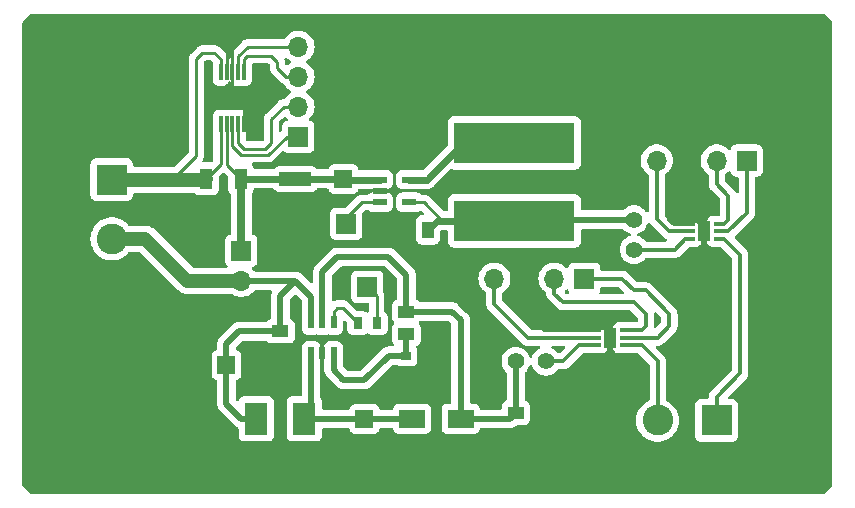
<source format=gbr>
%TF.GenerationSoftware,KiCad,Pcbnew,7.0.4*%
%TF.CreationDate,2023-05-30T06:19:14+05:30*%
%TF.ProjectId,1,312e6b69-6361-4645-9f70-636258585858,rev?*%
%TF.SameCoordinates,Original*%
%TF.FileFunction,Copper,L1,Top*%
%TF.FilePolarity,Positive*%
%FSLAX46Y46*%
G04 Gerber Fmt 4.6, Leading zero omitted, Abs format (unit mm)*
G04 Created by KiCad (PCBNEW 7.0.4) date 2023-05-30 06:19:14*
%MOMM*%
%LPD*%
G01*
G04 APERTURE LIST*
%TA.AperFunction,SMDPad,CuDef*%
%ADD10R,0.300000X1.425000*%
%TD*%
%TA.AperFunction,ComponentPad*%
%ADD11C,3.000000*%
%TD*%
%TA.AperFunction,ComponentPad*%
%ADD12R,1.500000X1.500000*%
%TD*%
%TA.AperFunction,SMDPad,CuDef*%
%ADD13R,1.020000X1.470000*%
%TD*%
%TA.AperFunction,ComponentPad*%
%ADD14R,1.700000X1.700000*%
%TD*%
%TA.AperFunction,ComponentPad*%
%ADD15O,1.700000X1.700000*%
%TD*%
%TA.AperFunction,ComponentPad*%
%ADD16C,1.400000*%
%TD*%
%TA.AperFunction,SMDPad,CuDef*%
%ADD17R,1.117600X1.752600*%
%TD*%
%TA.AperFunction,ComponentPad*%
%ADD18R,2.600000X2.600000*%
%TD*%
%TA.AperFunction,ComponentPad*%
%ADD19C,2.600000*%
%TD*%
%TA.AperFunction,SMDPad,CuDef*%
%ADD20R,0.800000X1.000000*%
%TD*%
%TA.AperFunction,SMDPad,CuDef*%
%ADD21R,0.600000X0.350000*%
%TD*%
%TA.AperFunction,SMDPad,CuDef*%
%ADD22R,1.100000X1.700000*%
%TD*%
%TA.AperFunction,SMDPad,CuDef*%
%ADD23R,1.200000X0.600000*%
%TD*%
%TA.AperFunction,SMDPad,CuDef*%
%ADD24R,0.550000X1.050000*%
%TD*%
%TA.AperFunction,SMDPad,CuDef*%
%ADD25R,0.812800X0.762000*%
%TD*%
%TA.AperFunction,SMDPad,CuDef*%
%ADD26R,2.200000X1.550000*%
%TD*%
%TA.AperFunction,SMDPad,CuDef*%
%ADD27R,1.400000X1.000000*%
%TD*%
%TA.AperFunction,SMDPad,CuDef*%
%ADD28R,2.700000X1.150000*%
%TD*%
%TA.AperFunction,SMDPad,CuDef*%
%ADD29R,1.470000X1.020000*%
%TD*%
%TA.AperFunction,SMDPad,CuDef*%
%ADD30R,1.981200X2.794000*%
%TD*%
%TA.AperFunction,SMDPad,CuDef*%
%ADD31R,10.210800X3.505200*%
%TD*%
%TA.AperFunction,SMDPad,CuDef*%
%ADD32R,1.350000X1.100000*%
%TD*%
%TA.AperFunction,Conductor*%
%ADD33C,0.550000*%
%TD*%
%TA.AperFunction,Conductor*%
%ADD34C,0.250000*%
%TD*%
%TA.AperFunction,Conductor*%
%ADD35C,0.350000*%
%TD*%
%TA.AperFunction,Conductor*%
%ADD36C,1.200000*%
%TD*%
%TA.AperFunction,Conductor*%
%ADD37C,0.600000*%
%TD*%
%TA.AperFunction,Conductor*%
%ADD38C,0.700000*%
%TD*%
G04 APERTURE END LIST*
D10*
%TO.P,U1,1,V1*%
%TO.N,Net-(J4-Pin_1)*%
X126000000Y-77904000D03*
%TO.P,U1,2,V2*%
%TO.N,Net-(Buck_IC1-VI)*%
X126500000Y-77904000D03*
%TO.P,U1,3,V3*%
%TO.N,Net-(J8-Pin_1)*%
X127000000Y-77904000D03*
%TO.P,U1,4,V4*%
%TO.N,Net-(J8-Pin_2)*%
X127500000Y-77904000D03*
%TO.P,U1,5,GND*%
%TO.N,Earth*%
X128000000Y-77904000D03*
%TO.P,U1,6,SDA*%
%TO.N,Net-(J8-Pin_3)*%
X128000000Y-73480000D03*
%TO.P,U1,7,SCL*%
%TO.N,Net-(J8-Pin_4)*%
X127500000Y-73480000D03*
%TO.P,U1,8,ADR0*%
%TO.N,Earth*%
X127000000Y-73480000D03*
%TO.P,U1,9,ADR1*%
X126500000Y-73480000D03*
%TO.P,U1,10,VCC*%
%TO.N,Net-(J4-Pin_1)*%
X126000000Y-73480000D03*
%TD*%
D11*
%TO.P,J3,1,Pin_1*%
%TO.N,Earth*%
X112522000Y-106680000D03*
%TD*%
D12*
%TO.P,TP1,1,1*%
%TO.N,Net-(Boost_IC1-VIN)*%
X126492000Y-98298000D03*
%TD*%
D11*
%TO.P,J5,1,Pin_1*%
%TO.N,Earth*%
X175260000Y-106680000D03*
%TD*%
D12*
%TO.P,TP5,1,1*%
%TO.N,Net-(Boost_IC1-SW)*%
X138176000Y-102870000D03*
%TD*%
D13*
%TO.P,C4,1*%
%TO.N,Net-(Buck_IC1-FB)*%
X143558000Y-86868000D03*
%TO.P,C4,2*%
%TO.N,Earth*%
X141938000Y-86868000D03*
%TD*%
D14*
%TO.P,J11,1,Pin_1*%
%TO.N,Net-(F2-OVLO)*%
X156800000Y-91000000D03*
D15*
%TO.P,J11,2,Pin_2*%
%TO.N,Net-(F2-ILIM)*%
X154260000Y-91000000D03*
%TO.P,J11,3,Pin_3*%
%TO.N,Earth*%
X151720000Y-91000000D03*
%TO.P,J11,4,Pin_4*%
%TO.N,Net-(F2-EN{slash}UVLO)*%
X149180000Y-91000000D03*
%TD*%
D16*
%TO.P,TP8,1,1*%
%TO.N,Net-(Buck_IC1-FB)*%
X161000000Y-86000000D03*
%TO.P,TP8,2,2*%
%TO.N,Net-(F1-IN)*%
X161000000Y-88540000D03*
%TD*%
D14*
%TO.P,J9,1,Pin_1*%
%TO.N,Net-(J9-Pin_1)*%
X138430000Y-91694000D03*
%TD*%
D17*
%TO.P,R5,1*%
%TO.N,Net-(J4-Pin_1)*%
X124764800Y-82550000D03*
%TO.P,R5,2*%
%TO.N,Net-(Buck_IC1-VI)*%
X127711200Y-82550000D03*
%TD*%
D18*
%TO.P,J4,1,Pin_1*%
%TO.N,Net-(J4-Pin_1)*%
X116789000Y-82630000D03*
D19*
%TO.P,J4,2,Pin_2*%
%TO.N,Net-(Boost_IC1-VIN)*%
X116789000Y-87630000D03*
%TO.P,J4,3,Pin_3*%
%TO.N,Earth*%
X116789000Y-92630000D03*
%TD*%
D14*
%TO.P,J8,1,Pin_1*%
%TO.N,Net-(J8-Pin_1)*%
X132588000Y-78984000D03*
D15*
%TO.P,J8,2,Pin_2*%
%TO.N,Net-(J8-Pin_2)*%
X132588000Y-76444000D03*
%TO.P,J8,3,Pin_3*%
%TO.N,Net-(J8-Pin_3)*%
X132588000Y-73904000D03*
%TO.P,J8,4,Pin_4*%
%TO.N,Net-(J8-Pin_4)*%
X132588000Y-71364000D03*
%TD*%
D20*
%TO.P,R3,1*%
%TO.N,Net-(Boost_IC1-~{SHDN})*%
X137630000Y-94742000D03*
%TO.P,R3,2*%
%TO.N,Net-(J9-Pin_1)*%
X139230000Y-94742000D03*
%TD*%
D16*
%TO.P,TP9,1,1*%
%TO.N,Net-(F2-IN)*%
X153540000Y-98000000D03*
%TO.P,TP9,2,2*%
%TO.N,Net-(Boost_IC1-VOUT)*%
X151000000Y-98000000D03*
%TD*%
D14*
%TO.P,J7,1,Pin_1*%
%TO.N,Net-(Buck_IC1-EN)*%
X136652000Y-86360000D03*
%TD*%
D21*
%TO.P,F2,1,OUT*%
%TO.N,Net-(F2-OUT)*%
X160050000Y-96650000D03*
%TO.P,F2,2,OVLO*%
%TO.N,Net-(F2-OVLO)*%
X160050000Y-96000000D03*
%TO.P,F2,3,ILIM*%
%TO.N,Net-(F2-ILIM)*%
X160050000Y-95350000D03*
%TO.P,F2,4,GND_1*%
%TO.N,Earth*%
X157950000Y-95350000D03*
%TO.P,F2,5,EN/UVLO*%
%TO.N,Net-(F2-EN{slash}UVLO)*%
X157950000Y-96000000D03*
%TO.P,F2,6,IN*%
%TO.N,Net-(F2-IN)*%
X157950000Y-96650000D03*
D22*
%TO.P,F2,7,GND_2*%
%TO.N,Earth*%
X159000000Y-96000000D03*
%TD*%
D12*
%TO.P,TP3,1,1*%
%TO.N,Net-(Buck_IC1-VI)*%
X136398000Y-82550000D03*
%TD*%
D23*
%TO.P,Buck_IC1,1,VI*%
%TO.N,Net-(Buck_IC1-VI)*%
X139466000Y-82616000D03*
%TO.P,Buck_IC1,2,GND*%
%TO.N,Earth*%
X139466000Y-83566000D03*
%TO.P,Buck_IC1,3,EN*%
%TO.N,Net-(Buck_IC1-EN)*%
X139466000Y-84516000D03*
%TO.P,Buck_IC1,4,FB*%
%TO.N,Net-(Buck_IC1-FB)*%
X141966000Y-84516000D03*
%TO.P,Buck_IC1,5,SW*%
%TO.N,Net-(Buck_IC1-SW)*%
X141966000Y-82616000D03*
%TD*%
D21*
%TO.P,F1,1,OUT*%
%TO.N,Net-(F1-OUT)*%
X168000000Y-87650000D03*
%TO.P,F1,2,OVLO*%
%TO.N,Net-(F1-OVLO)*%
X168000000Y-87000000D03*
%TO.P,F1,3,ILIM*%
%TO.N,Net-(F1-ILIM)*%
X168000000Y-86350000D03*
%TO.P,F1,4,GND_1*%
%TO.N,Earth*%
X165900000Y-86350000D03*
%TO.P,F1,5,EN/UVLO*%
%TO.N,Net-(F1-EN{slash}UVLO)*%
X165900000Y-87000000D03*
%TO.P,F1,6,IN*%
%TO.N,Net-(F1-IN)*%
X165900000Y-87650000D03*
D22*
%TO.P,F1,7,GND_2*%
%TO.N,Earth*%
X166950000Y-87000000D03*
%TD*%
D24*
%TO.P,Boost_IC1,1,SW*%
%TO.N,Net-(Boost_IC1-SW)*%
X133670000Y-97312000D03*
%TO.P,Boost_IC1,2,GND*%
%TO.N,Earth*%
X134620000Y-97312000D03*
%TO.P,Boost_IC1,3,FB*%
%TO.N,Net-(Boost_IC1-FB)*%
X135570000Y-97312000D03*
%TO.P,Boost_IC1,4,~{SHDN}*%
%TO.N,Net-(Boost_IC1-~{SHDN})*%
X135570000Y-94712000D03*
%TO.P,Boost_IC1,5,VOUT*%
%TO.N,Net-(Boost_IC1-VOUT)*%
X134620000Y-94712000D03*
%TO.P,Boost_IC1,6,VIN*%
%TO.N,Net-(Boost_IC1-VIN)*%
X133670000Y-94712000D03*
%TD*%
D14*
%TO.P,JMP1,1,Pin_1*%
%TO.N,Net-(Buck_IC1-VI)*%
X127762000Y-88641000D03*
D15*
%TO.P,JMP1,2,Pin_2*%
%TO.N,Net-(Boost_IC1-VIN)*%
X127762000Y-91181000D03*
%TD*%
D14*
%TO.P,J10,1,Pin_1*%
%TO.N,Net-(F1-OVLO)*%
X170540000Y-81000000D03*
D15*
%TO.P,J10,2,Pin_2*%
%TO.N,Net-(F1-ILIM)*%
X168000000Y-81000000D03*
%TO.P,J10,3,Pin_3*%
%TO.N,Earth*%
X165460000Y-81000000D03*
%TO.P,J10,4,Pin_4*%
%TO.N,Net-(F1-EN{slash}UVLO)*%
X162920000Y-81000000D03*
%TD*%
D25*
%TO.P,R2,1*%
%TO.N,Earth*%
X141732000Y-99072700D03*
%TO.P,R2,2*%
%TO.N,Net-(Boost_IC1-FB)*%
X141732000Y-97523300D03*
%TD*%
D26*
%TO.P,D1,1,K*%
%TO.N,Net-(Boost_IC1-VOUT)*%
X146322000Y-102870000D03*
%TO.P,D1,2,A*%
%TO.N,Net-(Boost_IC1-SW)*%
X142222000Y-102870000D03*
%TD*%
D27*
%TO.P,R1,1*%
%TO.N,Net-(Boost_IC1-FB)*%
X141732000Y-95692000D03*
%TO.P,R1,2*%
%TO.N,Net-(Boost_IC1-VOUT)*%
X141732000Y-93792000D03*
%TD*%
D28*
%TO.P,C3,1*%
%TO.N,Earth*%
X132334000Y-85574000D03*
%TO.P,C3,2*%
%TO.N,Net-(Buck_IC1-VI)*%
X132334000Y-82574000D03*
%TD*%
D11*
%TO.P,J2,1,Pin_1*%
%TO.N,Earth*%
X113792000Y-71120000D03*
%TD*%
D29*
%TO.P,C1,1*%
%TO.N,Net-(Boost_IC1-VIN)*%
X131064000Y-95456000D03*
%TO.P,C1,2*%
%TO.N,Earth*%
X131064000Y-97076000D03*
%TD*%
D30*
%TO.P,L1,1,1*%
%TO.N,Net-(Boost_IC1-VIN)*%
X129032000Y-102870000D03*
%TO.P,L1,2,2*%
%TO.N,Net-(Boost_IC1-SW)*%
X133096000Y-102870000D03*
%TD*%
D31*
%TO.P,L2,1,1*%
%TO.N,Net-(Buck_IC1-SW)*%
X150876000Y-79502000D03*
%TO.P,L2,2,2*%
%TO.N,Net-(Buck_IC1-FB)*%
X150876000Y-86106000D03*
%TD*%
D11*
%TO.P,J6,1,Pin_1*%
%TO.N,Earth*%
X175260000Y-71120000D03*
%TD*%
D32*
%TO.P,C2,1*%
%TO.N,Earth*%
X151000000Y-105650000D03*
%TO.P,C2,2*%
%TO.N,Net-(Boost_IC1-VOUT)*%
X151000000Y-102350000D03*
%TD*%
D18*
%TO.P,J1,1,Pin_1*%
%TO.N,Net-(F1-OUT)*%
X168000000Y-103000000D03*
D19*
%TO.P,J1,2,Pin_2*%
%TO.N,Net-(F2-OUT)*%
X163000000Y-103000000D03*
%TO.P,J1,3,Pin_3*%
%TO.N,Earth*%
X158000000Y-103000000D03*
%TD*%
D33*
%TO.N,Net-(Boost_IC1-SW)*%
X133096000Y-102870000D02*
X138176000Y-102870000D01*
X133670000Y-102296000D02*
X133096000Y-102870000D01*
X133670000Y-97312000D02*
X133670000Y-102296000D01*
X138176000Y-102870000D02*
X142222000Y-102870000D01*
D34*
%TO.N,Earth*%
X127000000Y-71374000D02*
X126500000Y-70874000D01*
D33*
X158000000Y-103000000D02*
X155350000Y-105650000D01*
D34*
X121158000Y-72136000D02*
X121158000Y-78486000D01*
D33*
X137000000Y-107000000D02*
X124000000Y-107000000D01*
D34*
X120142000Y-79502000D02*
X114554000Y-79502000D01*
X128000000Y-77904000D02*
X128000000Y-76438000D01*
D35*
X165460000Y-82540000D02*
X165460000Y-81000000D01*
D34*
X113284000Y-89125000D02*
X116789000Y-92630000D01*
D35*
X164000000Y-84000000D02*
X165460000Y-82540000D01*
D33*
X151000000Y-105650000D02*
X138350000Y-105650000D01*
D34*
X127000000Y-73480000D02*
X127000000Y-71374000D01*
D33*
X138350000Y-105650000D02*
X137000000Y-107000000D01*
X155350000Y-105650000D02*
X151000000Y-105650000D01*
D34*
X126500000Y-73480000D02*
X126500000Y-70874000D01*
D33*
X120000000Y-95841000D02*
X116789000Y-92630000D01*
D34*
X125984000Y-70358000D02*
X122936000Y-70358000D01*
D35*
X157950000Y-95350000D02*
X153350000Y-95350000D01*
D34*
X122936000Y-70358000D02*
X121158000Y-72136000D01*
D35*
X164350000Y-86350000D02*
X164000000Y-86000000D01*
D34*
X113284000Y-80772000D02*
X113284000Y-89125000D01*
X126500000Y-70874000D02*
X125984000Y-70358000D01*
D33*
X124000000Y-107000000D02*
X120000000Y-103000000D01*
D34*
X114554000Y-79502000D02*
X113284000Y-80772000D01*
D35*
X164000000Y-86000000D02*
X164000000Y-84000000D01*
X153350000Y-95350000D02*
X151720000Y-93720000D01*
D34*
X128000000Y-76438000D02*
X127000000Y-75438000D01*
X127000000Y-75438000D02*
X127000000Y-73480000D01*
D35*
X165900000Y-86350000D02*
X164350000Y-86350000D01*
D34*
X121158000Y-78486000D02*
X120142000Y-79502000D01*
D33*
X120000000Y-103000000D02*
X120000000Y-95841000D01*
D35*
X151720000Y-93720000D02*
X151720000Y-91000000D01*
D33*
%TO.N,Net-(Boost_IC1-FB)*%
X135570000Y-98740000D02*
X136398000Y-99568000D01*
X138176000Y-99568000D02*
X140220700Y-97523300D01*
X135570000Y-97312000D02*
X135570000Y-98740000D01*
X141732000Y-97523300D02*
X141732000Y-95692000D01*
X136398000Y-99568000D02*
X138176000Y-99568000D01*
X140220700Y-97523300D02*
X141732000Y-97523300D01*
D34*
%TO.N,Net-(Boost_IC1-~{SHDN})*%
X135890000Y-93472000D02*
X136360000Y-93472000D01*
X136360000Y-93472000D02*
X137630000Y-94742000D01*
X135570000Y-94712000D02*
X135570000Y-93792000D01*
X135570000Y-93792000D02*
X135890000Y-93472000D01*
D33*
%TO.N,Net-(Boost_IC1-VOUT)*%
X141732000Y-90678000D02*
X141732000Y-93792000D01*
X146322000Y-102870000D02*
X150480000Y-102870000D01*
X134620000Y-90424000D02*
X135890000Y-89154000D01*
X141732000Y-93792000D02*
X145608000Y-93792000D01*
X140208000Y-89154000D02*
X141732000Y-90678000D01*
X150480000Y-102870000D02*
X151000000Y-102350000D01*
X135890000Y-89154000D02*
X140208000Y-89154000D01*
X134620000Y-94712000D02*
X134620000Y-90424000D01*
X151000000Y-102350000D02*
X151000000Y-98000000D01*
X146322000Y-94506000D02*
X146322000Y-102870000D01*
X145608000Y-93792000D02*
X146322000Y-94506000D01*
%TO.N,Net-(Boost_IC1-VIN)*%
X127762000Y-91181000D02*
X130551000Y-91181000D01*
D36*
X116789000Y-87630000D02*
X119634000Y-87630000D01*
D33*
X129032000Y-102870000D02*
X127762000Y-102870000D01*
X126492000Y-96520000D02*
X127556000Y-95456000D01*
X131064000Y-95456000D02*
X131064000Y-92456000D01*
D36*
X123185000Y-91181000D02*
X127762000Y-91181000D01*
D33*
X126492000Y-101600000D02*
X126492000Y-98298000D01*
X130556000Y-91186000D02*
X132334000Y-91186000D01*
X132334000Y-91186000D02*
X133670000Y-92522000D01*
X127762000Y-102870000D02*
X126492000Y-101600000D01*
D36*
X119634000Y-87630000D02*
X123185000Y-91181000D01*
D33*
X133670000Y-92522000D02*
X133670000Y-94712000D01*
X130551000Y-91181000D02*
X130556000Y-91186000D01*
X131064000Y-92456000D02*
X132334000Y-91186000D01*
X127556000Y-95456000D02*
X131064000Y-95456000D01*
X126492000Y-96520000D02*
X126492000Y-98298000D01*
D34*
%TO.N,Net-(Buck_IC1-FB)*%
X141966000Y-84516000D02*
X143190000Y-84516000D01*
X143190000Y-84516000D02*
X144780000Y-86106000D01*
D37*
X144320000Y-86106000D02*
X143558000Y-86868000D01*
D33*
X150982000Y-86000000D02*
X150876000Y-86106000D01*
D34*
X144780000Y-86106000D02*
X150876000Y-86106000D01*
D37*
X150876000Y-86106000D02*
X144320000Y-86106000D01*
D33*
X161000000Y-86000000D02*
X150982000Y-86000000D01*
D37*
%TO.N,Net-(Buck_IC1-SW)*%
X146558000Y-79502000D02*
X150876000Y-79502000D01*
X141966000Y-82616000D02*
X143444000Y-82616000D01*
X143444000Y-82616000D02*
X146558000Y-79502000D01*
D34*
%TO.N,Net-(J4-Pin_1)*%
X125476000Y-71882000D02*
X124460000Y-71882000D01*
X124460000Y-71882000D02*
X123952000Y-72390000D01*
X124764800Y-82550000D02*
X125135470Y-82179327D01*
D36*
X121920000Y-82630000D02*
X124684800Y-82630000D01*
D34*
X126000000Y-77904000D02*
X126000000Y-81314800D01*
D36*
X116789000Y-82630000D02*
X121920000Y-82630000D01*
X124684800Y-82630000D02*
X124764800Y-82550000D01*
D34*
X126000000Y-81314800D02*
X124764800Y-82550000D01*
X126000000Y-72406000D02*
X125476000Y-71882000D01*
X126000000Y-78470964D02*
X126000000Y-78372000D01*
X123952000Y-80598000D02*
X121920000Y-82630000D01*
X123952000Y-72390000D02*
X123952000Y-80598000D01*
X126000000Y-73480000D02*
X126000000Y-72406000D01*
%TO.N,Net-(Buck_IC1-EN)*%
X137988000Y-84516000D02*
X136652000Y-85852000D01*
X139466000Y-84516000D02*
X137988000Y-84516000D01*
X136652000Y-85852000D02*
X136652000Y-86360000D01*
D38*
%TO.N,Net-(Buck_IC1-VI)*%
X127762000Y-82600800D02*
X127711200Y-82550000D01*
D37*
X136398000Y-82550000D02*
X132358000Y-82550000D01*
X127711200Y-82550000D02*
X132310000Y-82550000D01*
X136464000Y-82616000D02*
X136398000Y-82550000D01*
D34*
X127348527Y-82187327D02*
X127348528Y-82187328D01*
D37*
X139466000Y-82616000D02*
X136464000Y-82616000D01*
D34*
X126500000Y-81338800D02*
X127711200Y-82550000D01*
D37*
X132376000Y-82616000D02*
X132334000Y-82574000D01*
D38*
X127762000Y-88641000D02*
X127762000Y-82600800D01*
D37*
X132358000Y-82550000D02*
X132334000Y-82574000D01*
D34*
X126500000Y-77904000D02*
X126500000Y-81338800D01*
D37*
X132310000Y-82550000D02*
X132334000Y-82574000D01*
X127735200Y-82574000D02*
X127711200Y-82550000D01*
D34*
%TO.N,Net-(J8-Pin_1)*%
X130048000Y-80518000D02*
X131582000Y-78984000D01*
X131582000Y-78984000D02*
X132588000Y-78984000D01*
X127000000Y-77904000D02*
X127000000Y-79756000D01*
X127000000Y-79756000D02*
X127762000Y-80518000D01*
X127762000Y-80518000D02*
X130048000Y-80518000D01*
%TO.N,Net-(J8-Pin_2)*%
X130302000Y-79502000D02*
X130302000Y-77470000D01*
X130302000Y-77470000D02*
X131328000Y-76444000D01*
X131328000Y-76444000D02*
X132588000Y-76444000D01*
X127500000Y-77904000D02*
X127500000Y-79494000D01*
X127500000Y-79494000D02*
X128016000Y-80010000D01*
X129794000Y-80010000D02*
X130302000Y-79502000D01*
X128016000Y-80010000D02*
X129794000Y-80010000D01*
%TO.N,Net-(J8-Pin_3)*%
X128000000Y-72406000D02*
X128270000Y-72136000D01*
X128270000Y-72136000D02*
X130302000Y-72136000D01*
X130810000Y-73152000D02*
X131562000Y-73904000D01*
X130810000Y-72644000D02*
X130810000Y-73152000D01*
X128000000Y-73480000D02*
X128000000Y-72406000D01*
X130302000Y-72136000D02*
X130810000Y-72644000D01*
X131562000Y-73904000D02*
X132588000Y-73904000D01*
%TO.N,Net-(J8-Pin_4)*%
X127500000Y-72144000D02*
X128280000Y-71364000D01*
X127500000Y-73480000D02*
X127500000Y-72144000D01*
X128280000Y-71364000D02*
X132588000Y-71364000D01*
%TO.N,Net-(J9-Pin_1)*%
X139230000Y-92494000D02*
X138430000Y-91694000D01*
X139230000Y-94742000D02*
X139230000Y-92494000D01*
D35*
%TO.N,Net-(F1-OUT)*%
X168000000Y-101000000D02*
X168000000Y-103000000D01*
X168650000Y-87650000D02*
X170000000Y-89000000D01*
X170000000Y-89000000D02*
X170000000Y-99000000D01*
X170000000Y-99000000D02*
X168000000Y-101000000D01*
X168000000Y-87650000D02*
X168650000Y-87650000D01*
%TO.N,Net-(F1-OVLO)*%
X168000000Y-87000000D02*
X169000000Y-87000000D01*
X170540000Y-85460000D02*
X170540000Y-81000000D01*
X169000000Y-87000000D02*
X170540000Y-85460000D01*
%TO.N,Net-(F1-ILIM)*%
X168000000Y-86350000D02*
X168650000Y-86350000D01*
X169000000Y-86000000D02*
X169000000Y-84000000D01*
X168650000Y-86350000D02*
X169000000Y-86000000D01*
X168000000Y-83000000D02*
X168000000Y-81000000D01*
X169000000Y-84000000D02*
X168000000Y-83000000D01*
%TO.N,Net-(F1-EN{slash}UVLO)*%
X162920000Y-85920000D02*
X162920000Y-81000000D01*
X165900000Y-87000000D02*
X164000000Y-87000000D01*
X164000000Y-87000000D02*
X162920000Y-85920000D01*
%TO.N,Net-(F1-IN)*%
X164460000Y-88540000D02*
X161000000Y-88540000D01*
X165900000Y-87650000D02*
X165350000Y-87650000D01*
X165350000Y-87650000D02*
X164460000Y-88540000D01*
%TO.N,Net-(F2-OUT)*%
X161650000Y-96650000D02*
X163000000Y-98000000D01*
X163000000Y-98000000D02*
X163000000Y-103000000D01*
X160050000Y-96650000D02*
X161650000Y-96650000D01*
%TO.N,Net-(F2-OVLO)*%
X160050000Y-96000000D02*
X163000000Y-96000000D01*
X161000000Y-92000000D02*
X160000000Y-91000000D01*
X162000000Y-92000000D02*
X161000000Y-92000000D01*
X164000000Y-94000000D02*
X162000000Y-92000000D01*
X160000000Y-91000000D02*
X156800000Y-91000000D01*
X163000000Y-96000000D02*
X164000000Y-95000000D01*
X164000000Y-95000000D02*
X164000000Y-94000000D01*
%TO.N,Net-(F2-ILIM)*%
X155000000Y-93000000D02*
X154260000Y-92260000D01*
X161000000Y-93000000D02*
X155000000Y-93000000D01*
X162000000Y-95000000D02*
X162000000Y-94000000D01*
X154260000Y-92260000D02*
X154260000Y-91000000D01*
X160050000Y-95350000D02*
X161650000Y-95350000D01*
X161650000Y-95350000D02*
X162000000Y-95000000D01*
X162000000Y-94000000D02*
X161000000Y-93000000D01*
%TO.N,Net-(F2-EN{slash}UVLO)*%
X157950000Y-96000000D02*
X152000000Y-96000000D01*
X152000000Y-96000000D02*
X149180000Y-93180000D01*
X149180000Y-93180000D02*
X149180000Y-91000000D01*
%TO.N,Net-(F2-IN)*%
X156350000Y-96650000D02*
X157950000Y-96650000D01*
X153540000Y-98000000D02*
X155000000Y-98000000D01*
X155000000Y-98000000D02*
X156350000Y-96650000D01*
%TD*%
%TA.AperFunction,Conductor*%
%TO.N,Earth*%
G36*
X125229272Y-72535185D02*
G01*
X125249914Y-72551819D01*
X125306874Y-72608779D01*
X125340359Y-72670102D01*
X125342483Y-72709711D01*
X125341500Y-72718851D01*
X125341500Y-74241154D01*
X125348011Y-74301702D01*
X125348011Y-74301704D01*
X125379546Y-74386250D01*
X125399111Y-74438704D01*
X125486739Y-74555761D01*
X125603796Y-74643389D01*
X125740799Y-74694489D01*
X125768050Y-74697418D01*
X125801345Y-74700999D01*
X125801362Y-74701000D01*
X126198638Y-74701000D01*
X126198654Y-74700999D01*
X126225692Y-74698091D01*
X126259201Y-74694489D01*
X126396204Y-74643389D01*
X126513261Y-74555761D01*
X126600889Y-74438704D01*
X126633818Y-74350417D01*
X126675690Y-74294484D01*
X126741155Y-74270068D01*
X126809428Y-74284920D01*
X126858833Y-74334326D01*
X126866181Y-74350417D01*
X126879546Y-74386250D01*
X126899111Y-74438704D01*
X126986739Y-74555761D01*
X127103796Y-74643389D01*
X127240799Y-74694489D01*
X127268050Y-74697418D01*
X127301345Y-74700999D01*
X127301362Y-74701000D01*
X127698628Y-74701000D01*
X127698638Y-74701000D01*
X127736745Y-74696903D01*
X127763250Y-74696903D01*
X127801345Y-74700999D01*
X127801362Y-74701000D01*
X128198638Y-74701000D01*
X128198654Y-74700999D01*
X128225692Y-74698091D01*
X128259201Y-74694489D01*
X128396204Y-74643389D01*
X128513261Y-74555761D01*
X128600889Y-74438704D01*
X128651989Y-74301701D01*
X128655591Y-74268192D01*
X128658499Y-74241154D01*
X128658499Y-74241147D01*
X128658500Y-74241138D01*
X128658500Y-72893499D01*
X128678185Y-72826461D01*
X128730989Y-72780706D01*
X128782500Y-72769500D01*
X129988234Y-72769500D01*
X130055273Y-72789185D01*
X130075915Y-72805819D01*
X130140181Y-72870085D01*
X130173666Y-72931408D01*
X130176500Y-72957766D01*
X130176500Y-73068366D01*
X130174761Y-73084113D01*
X130175032Y-73084139D01*
X130174297Y-73091906D01*
X130176469Y-73160990D01*
X130176500Y-73162938D01*
X130176500Y-73191859D01*
X130177384Y-73198856D01*
X130177842Y-73204679D01*
X130179326Y-73251889D01*
X130179327Y-73251891D01*
X130185022Y-73271495D01*
X130188967Y-73290542D01*
X130191526Y-73310797D01*
X130191527Y-73310800D01*
X130191528Y-73310803D01*
X130208914Y-73354716D01*
X130210806Y-73360244D01*
X130223981Y-73405592D01*
X130234372Y-73423162D01*
X130242932Y-73440635D01*
X130250447Y-73459617D01*
X130278209Y-73497827D01*
X130281416Y-73502710D01*
X130305458Y-73543362D01*
X130305462Y-73543366D01*
X130319889Y-73557793D01*
X130332526Y-73572588D01*
X130344528Y-73589107D01*
X130380931Y-73619222D01*
X130385231Y-73623135D01*
X130890455Y-74128359D01*
X131054910Y-74292814D01*
X131064816Y-74305178D01*
X131065026Y-74305005D01*
X131069997Y-74311013D01*
X131070000Y-74311018D01*
X131120435Y-74358379D01*
X131121744Y-74359648D01*
X131132001Y-74369905D01*
X131142225Y-74380130D01*
X131142229Y-74380133D01*
X131142231Y-74380135D01*
X131147805Y-74384458D01*
X131152247Y-74388252D01*
X131186679Y-74420586D01*
X131186683Y-74420589D01*
X131204563Y-74430418D01*
X131220827Y-74441101D01*
X131236960Y-74453614D01*
X131280301Y-74472369D01*
X131285550Y-74474941D01*
X131305797Y-74486071D01*
X131326940Y-74497695D01*
X131326941Y-74497695D01*
X131333775Y-74501452D01*
X131333060Y-74502751D01*
X131381294Y-74540380D01*
X131387325Y-74550014D01*
X131512276Y-74741265D01*
X131512284Y-74741276D01*
X131664756Y-74906902D01*
X131664760Y-74906906D01*
X131842424Y-75045189D01*
X131878930Y-75064945D01*
X131928519Y-75114162D01*
X131943629Y-75182378D01*
X131919459Y-75247934D01*
X131878932Y-75283052D01*
X131842432Y-75302805D01*
X131842422Y-75302812D01*
X131664761Y-75441092D01*
X131664756Y-75441097D01*
X131512284Y-75606723D01*
X131512283Y-75606726D01*
X131512281Y-75606727D01*
X131512278Y-75606732D01*
X131415851Y-75754324D01*
X131362707Y-75799678D01*
X131312045Y-75810500D01*
X131288137Y-75810500D01*
X131281143Y-75811384D01*
X131275320Y-75811842D01*
X131228111Y-75813326D01*
X131228108Y-75813327D01*
X131208505Y-75819022D01*
X131189459Y-75822966D01*
X131169203Y-75825526D01*
X131169201Y-75825526D01*
X131169199Y-75825527D01*
X131125282Y-75842914D01*
X131119756Y-75844806D01*
X131074406Y-75857982D01*
X131056831Y-75868375D01*
X131039373Y-75876928D01*
X131020383Y-75884448D01*
X130982172Y-75912208D01*
X130977290Y-75915415D01*
X130936637Y-75939457D01*
X130922201Y-75953894D01*
X130907415Y-75966523D01*
X130890893Y-75978528D01*
X130890891Y-75978529D01*
X130890891Y-75978530D01*
X130890888Y-75978532D01*
X130860780Y-76014925D01*
X130856849Y-76019246D01*
X129913182Y-76962912D01*
X129900820Y-76972816D01*
X129900994Y-76973026D01*
X129894983Y-76977998D01*
X129847672Y-77028378D01*
X129846319Y-77029774D01*
X129825873Y-77050221D01*
X129825857Y-77050239D01*
X129821531Y-77055814D01*
X129817747Y-77060244D01*
X129785419Y-77094671D01*
X129785412Y-77094681D01*
X129775579Y-77112567D01*
X129764903Y-77128820D01*
X129752386Y-77144957D01*
X129752385Y-77144959D01*
X129733625Y-77188310D01*
X129731055Y-77193556D01*
X129708303Y-77234941D01*
X129708303Y-77234942D01*
X129703225Y-77254720D01*
X129696925Y-77273122D01*
X129688818Y-77291857D01*
X129681431Y-77338495D01*
X129680246Y-77344216D01*
X129668500Y-77389965D01*
X129668500Y-77410384D01*
X129666973Y-77429783D01*
X129663780Y-77449941D01*
X129663780Y-77449942D01*
X129668225Y-77496966D01*
X129668500Y-77502804D01*
X129668500Y-79188231D01*
X129648815Y-79255270D01*
X129632182Y-79275912D01*
X129567914Y-79340181D01*
X129506591Y-79373666D01*
X129480232Y-79376500D01*
X128329768Y-79376500D01*
X128262729Y-79356815D01*
X128242086Y-79340181D01*
X128169818Y-79267912D01*
X128136334Y-79206588D01*
X128133500Y-79180231D01*
X128133500Y-78797643D01*
X128141318Y-78754310D01*
X128151989Y-78725701D01*
X128153485Y-78711777D01*
X128158499Y-78665154D01*
X128158500Y-78665137D01*
X128158500Y-77142862D01*
X128158499Y-77142845D01*
X128153320Y-77094681D01*
X128151989Y-77082299D01*
X128142970Y-77058119D01*
X128113086Y-76977998D01*
X128100889Y-76945296D01*
X128013261Y-76828239D01*
X127896204Y-76740611D01*
X127896203Y-76740610D01*
X127759203Y-76689511D01*
X127698654Y-76683000D01*
X127698638Y-76683000D01*
X127301362Y-76683000D01*
X127301355Y-76683000D01*
X127263252Y-76687096D01*
X127236748Y-76687096D01*
X127198644Y-76683000D01*
X127198638Y-76683000D01*
X126801362Y-76683000D01*
X126801355Y-76683000D01*
X126763252Y-76687096D01*
X126736748Y-76687096D01*
X126698644Y-76683000D01*
X126698638Y-76683000D01*
X126301362Y-76683000D01*
X126301355Y-76683000D01*
X126263252Y-76687096D01*
X126236748Y-76687096D01*
X126198644Y-76683000D01*
X126198638Y-76683000D01*
X125801362Y-76683000D01*
X125801345Y-76683000D01*
X125740797Y-76689511D01*
X125740795Y-76689511D01*
X125603795Y-76740611D01*
X125486739Y-76828239D01*
X125399111Y-76945295D01*
X125348011Y-77082295D01*
X125348011Y-77082297D01*
X125341500Y-77142845D01*
X125341500Y-78665154D01*
X125348010Y-78725697D01*
X125348012Y-78725704D01*
X125358681Y-78754309D01*
X125366499Y-78797642D01*
X125366499Y-81001032D01*
X125346814Y-81068071D01*
X125330182Y-81088711D01*
X125290016Y-81128879D01*
X125228694Y-81162366D01*
X125202333Y-81165200D01*
X124572541Y-81165200D01*
X124505502Y-81145515D01*
X124459747Y-81092711D01*
X124449803Y-81023553D01*
X124466946Y-80981326D01*
X124464826Y-80980161D01*
X124472204Y-80966739D01*
X124478419Y-80955432D01*
X124489102Y-80939169D01*
X124501614Y-80923041D01*
X124520371Y-80879691D01*
X124522941Y-80874447D01*
X124545693Y-80833064D01*
X124545693Y-80833063D01*
X124545695Y-80833060D01*
X124550774Y-80813273D01*
X124557070Y-80794885D01*
X124565181Y-80776145D01*
X124572569Y-80729497D01*
X124573751Y-80723786D01*
X124585500Y-80678030D01*
X124585500Y-80657614D01*
X124587027Y-80638214D01*
X124590220Y-80618057D01*
X124585772Y-80571011D01*
X124585499Y-80565217D01*
X124585499Y-72703766D01*
X124605184Y-72636728D01*
X124621818Y-72616085D01*
X124686086Y-72551818D01*
X124747410Y-72518334D01*
X124773767Y-72515500D01*
X125162233Y-72515500D01*
X125229272Y-72535185D01*
G37*
%TD.AperFunction*%
%TA.AperFunction,Conductor*%
G36*
X177116177Y-68600185D02*
G01*
X177136819Y-68616819D01*
X177763182Y-69243182D01*
X177796666Y-69304503D01*
X177799500Y-69330861D01*
X177799500Y-108469138D01*
X177779815Y-108536177D01*
X177763181Y-108556819D01*
X177136819Y-109183181D01*
X177075496Y-109216666D01*
X177049138Y-109219500D01*
X109970862Y-109219500D01*
X109903823Y-109199815D01*
X109883181Y-109183181D01*
X109256816Y-108556816D01*
X109223333Y-108495496D01*
X109220500Y-108469147D01*
X109220500Y-87630004D01*
X114975429Y-87630004D01*
X114995683Y-87900289D01*
X114995684Y-87900294D01*
X114995684Y-87900298D01*
X114995685Y-87900299D01*
X115003250Y-87933442D01*
X115055997Y-88164545D01*
X115055999Y-88164554D01*
X115056001Y-88164559D01*
X115155029Y-88416879D01*
X115290557Y-88651621D01*
X115459558Y-88863542D01*
X115658257Y-89047907D01*
X115882215Y-89200599D01*
X115882218Y-89200600D01*
X115882219Y-89200601D01*
X115912614Y-89215238D01*
X116126428Y-89318206D01*
X116385442Y-89398101D01*
X116385443Y-89398101D01*
X116385446Y-89398102D01*
X116653464Y-89438499D01*
X116653469Y-89438499D01*
X116653472Y-89438500D01*
X116653473Y-89438500D01*
X116924527Y-89438500D01*
X116924528Y-89438500D01*
X116924535Y-89438499D01*
X117192553Y-89398102D01*
X117192554Y-89398101D01*
X117192558Y-89398101D01*
X117451572Y-89318206D01*
X117664221Y-89215800D01*
X117695778Y-89200603D01*
X117695778Y-89200602D01*
X117695786Y-89200599D01*
X117919743Y-89047907D01*
X118118442Y-88863542D01*
X118180926Y-88785188D01*
X118238115Y-88745047D01*
X118277874Y-88738500D01*
X119123483Y-88738500D01*
X119190522Y-88758185D01*
X119211163Y-88774818D01*
X120771241Y-90334897D01*
X122328406Y-91892062D01*
X122341730Y-91907813D01*
X122343441Y-91910215D01*
X122383110Y-91948039D01*
X122409968Y-91973649D01*
X122410984Y-91974640D01*
X122438240Y-92001896D01*
X122438510Y-92002166D01*
X122446987Y-92009165D01*
X122450301Y-92012106D01*
X122496654Y-92056303D01*
X122527032Y-92075825D01*
X122532994Y-92080178D01*
X122560851Y-92103179D01*
X122608980Y-92129459D01*
X122617064Y-92133873D01*
X122620862Y-92136126D01*
X122646170Y-92152391D01*
X122674742Y-92170754D01*
X122674746Y-92170756D01*
X122708280Y-92184181D01*
X122714956Y-92187326D01*
X122746654Y-92204635D01*
X122807678Y-92224142D01*
X122811812Y-92225629D01*
X122871279Y-92249436D01*
X122906748Y-92256271D01*
X122913893Y-92258096D01*
X122931417Y-92263697D01*
X122948299Y-92269094D01*
X122993395Y-92274485D01*
X123011882Y-92276696D01*
X123016252Y-92277377D01*
X123079151Y-92289500D01*
X123115276Y-92289500D01*
X123122642Y-92289939D01*
X123130449Y-92290872D01*
X123158500Y-92294226D01*
X123222376Y-92289657D01*
X123226797Y-92289500D01*
X126931856Y-92289500D01*
X126998895Y-92309185D01*
X127008019Y-92315647D01*
X127016424Y-92322189D01*
X127016425Y-92322189D01*
X127016427Y-92322191D01*
X127113101Y-92374508D01*
X127214426Y-92429342D01*
X127427365Y-92502444D01*
X127649431Y-92539500D01*
X127874569Y-92539500D01*
X128096635Y-92502444D01*
X128309574Y-92429342D01*
X128507576Y-92322189D01*
X128685240Y-92183906D01*
X128837722Y-92018268D01*
X128837727Y-92018260D01*
X128840875Y-92014218D01*
X128842363Y-92015376D01*
X128889284Y-91975326D01*
X128939956Y-91964500D01*
X130231139Y-91964500D01*
X130298178Y-91984185D01*
X130343933Y-92036989D01*
X130353877Y-92106147D01*
X130348179Y-92129459D01*
X130340146Y-92152415D01*
X130337484Y-92158839D01*
X130319787Y-92195589D01*
X130310709Y-92235359D01*
X130308784Y-92242041D01*
X130295310Y-92280549D01*
X130290740Y-92321093D01*
X130289576Y-92327947D01*
X130280501Y-92367712D01*
X130280500Y-92367723D01*
X130280500Y-92411996D01*
X130280499Y-94335275D01*
X130260814Y-94402315D01*
X130208010Y-94448069D01*
X130199834Y-94451456D01*
X130082795Y-94495111D01*
X129965739Y-94582739D01*
X129935742Y-94622811D01*
X129879808Y-94664682D01*
X129836475Y-94672500D01*
X127644279Y-94672500D01*
X127467721Y-94672500D01*
X127467719Y-94672500D01*
X127467712Y-94672501D01*
X127427947Y-94681576D01*
X127421093Y-94682740D01*
X127380549Y-94687310D01*
X127342041Y-94700784D01*
X127335359Y-94702709D01*
X127295587Y-94711788D01*
X127258828Y-94729488D01*
X127252405Y-94732149D01*
X127213904Y-94745622D01*
X127213898Y-94745625D01*
X127179361Y-94767325D01*
X127173275Y-94770689D01*
X127136513Y-94788394D01*
X127136509Y-94788397D01*
X127104614Y-94813831D01*
X127098946Y-94817853D01*
X127092921Y-94821640D01*
X127064402Y-94839560D01*
X126996780Y-94907177D01*
X126996777Y-94907184D01*
X125941820Y-95962140D01*
X125941816Y-95962146D01*
X125875561Y-96028400D01*
X125875558Y-96028404D01*
X125853853Y-96062946D01*
X125849830Y-96068616D01*
X125824391Y-96100517D01*
X125806693Y-96137267D01*
X125803329Y-96143353D01*
X125781626Y-96177895D01*
X125781621Y-96177906D01*
X125768145Y-96216415D01*
X125765484Y-96222839D01*
X125747787Y-96259589D01*
X125738709Y-96299359D01*
X125736784Y-96306041D01*
X125723310Y-96344549D01*
X125718740Y-96385093D01*
X125717576Y-96391947D01*
X125708501Y-96431712D01*
X125708500Y-96431723D01*
X125708500Y-96931680D01*
X125688815Y-96998719D01*
X125636011Y-97044474D01*
X125627835Y-97047861D01*
X125495795Y-97097111D01*
X125378739Y-97184739D01*
X125291111Y-97301795D01*
X125240011Y-97438795D01*
X125240011Y-97438797D01*
X125233500Y-97499345D01*
X125233500Y-99096654D01*
X125240011Y-99157202D01*
X125240011Y-99157204D01*
X125291110Y-99294204D01*
X125291111Y-99294204D01*
X125378739Y-99411261D01*
X125495796Y-99498889D01*
X125495795Y-99498889D01*
X125627834Y-99548138D01*
X125683768Y-99590009D01*
X125708184Y-99655474D01*
X125708500Y-99664319D01*
X125708500Y-101688276D01*
X125708501Y-101688286D01*
X125717575Y-101728042D01*
X125718740Y-101734900D01*
X125723310Y-101775448D01*
X125723311Y-101775453D01*
X125736783Y-101813953D01*
X125738708Y-101820637D01*
X125747787Y-101860410D01*
X125754234Y-101873796D01*
X125765490Y-101897172D01*
X125768149Y-101903591D01*
X125781623Y-101942098D01*
X125803329Y-101976644D01*
X125806694Y-101982733D01*
X125824393Y-102019484D01*
X125824394Y-102019485D01*
X125849831Y-102051383D01*
X125853852Y-102057050D01*
X125865315Y-102075294D01*
X125875559Y-102091596D01*
X125906865Y-102122903D01*
X125906866Y-102122903D01*
X125924304Y-102140342D01*
X125924307Y-102140344D01*
X127270406Y-103486443D01*
X127304941Y-103508142D01*
X127310610Y-103512164D01*
X127342514Y-103537606D01*
X127379276Y-103555309D01*
X127385355Y-103558669D01*
X127419901Y-103580376D01*
X127449857Y-103590858D01*
X127506630Y-103631577D01*
X127532378Y-103696530D01*
X127532900Y-103707898D01*
X127532900Y-104315654D01*
X127539411Y-104376202D01*
X127539411Y-104376204D01*
X127590511Y-104513203D01*
X127590511Y-104513204D01*
X127678139Y-104630261D01*
X127795196Y-104717889D01*
X127883669Y-104750888D01*
X127929815Y-104768100D01*
X127932199Y-104768989D01*
X127959450Y-104771918D01*
X127992745Y-104775499D01*
X127992762Y-104775500D01*
X130071238Y-104775500D01*
X130071254Y-104775499D01*
X130098292Y-104772591D01*
X130131801Y-104768989D01*
X130134185Y-104768100D01*
X130180328Y-104750889D01*
X130268804Y-104717889D01*
X130385861Y-104630261D01*
X130473489Y-104513204D01*
X130524589Y-104376201D01*
X130528191Y-104342692D01*
X130531099Y-104315654D01*
X130531100Y-104315637D01*
X131596899Y-104315637D01*
X131596900Y-104315654D01*
X131603411Y-104376202D01*
X131603411Y-104376204D01*
X131654511Y-104513203D01*
X131654511Y-104513204D01*
X131742139Y-104630261D01*
X131859196Y-104717889D01*
X131947669Y-104750888D01*
X131993815Y-104768100D01*
X131996199Y-104768989D01*
X132023450Y-104771918D01*
X132056745Y-104775499D01*
X132056762Y-104775500D01*
X134135238Y-104775500D01*
X134135254Y-104775499D01*
X134162292Y-104772591D01*
X134195801Y-104768989D01*
X134198185Y-104768100D01*
X134244328Y-104750889D01*
X134332804Y-104717889D01*
X134449861Y-104630261D01*
X134537489Y-104513204D01*
X134588589Y-104376201D01*
X134592191Y-104342692D01*
X134595099Y-104315654D01*
X134595100Y-104315637D01*
X134595100Y-103777500D01*
X134614785Y-103710461D01*
X134667589Y-103664706D01*
X134719100Y-103653500D01*
X136809681Y-103653500D01*
X136876720Y-103673185D01*
X136922475Y-103725989D01*
X136925862Y-103734166D01*
X136975110Y-103866203D01*
X136975111Y-103866204D01*
X137062739Y-103983261D01*
X137179796Y-104070889D01*
X137316799Y-104121989D01*
X137344050Y-104124918D01*
X137377345Y-104128499D01*
X137377362Y-104128500D01*
X138974638Y-104128500D01*
X138974654Y-104128499D01*
X139001692Y-104125591D01*
X139035201Y-104121989D01*
X139172204Y-104070889D01*
X139289261Y-103983261D01*
X139376889Y-103866204D01*
X139406476Y-103786879D01*
X139426138Y-103734166D01*
X139468009Y-103678232D01*
X139533474Y-103653816D01*
X139542319Y-103653500D01*
X140498102Y-103653500D01*
X140565141Y-103673185D01*
X140610896Y-103725989D01*
X140618780Y-103748992D01*
X140620011Y-103754201D01*
X140671111Y-103891204D01*
X140758739Y-104008261D01*
X140875796Y-104095889D01*
X141012799Y-104146989D01*
X141040050Y-104149918D01*
X141073345Y-104153499D01*
X141073362Y-104153500D01*
X143370638Y-104153500D01*
X143370654Y-104153499D01*
X143397692Y-104150591D01*
X143431201Y-104146989D01*
X143568204Y-104095889D01*
X143685261Y-104008261D01*
X143772889Y-103891204D01*
X143823989Y-103754201D01*
X143827591Y-103720692D01*
X143830499Y-103693654D01*
X143830500Y-103693637D01*
X143830500Y-102046362D01*
X143830499Y-102046345D01*
X143826143Y-102005834D01*
X143823989Y-101985799D01*
X143822845Y-101982733D01*
X143790929Y-101897163D01*
X143772889Y-101848796D01*
X143685261Y-101731739D01*
X143568204Y-101644111D01*
X143568203Y-101644110D01*
X143431203Y-101593011D01*
X143370654Y-101586500D01*
X143370638Y-101586500D01*
X141073362Y-101586500D01*
X141073345Y-101586500D01*
X141012797Y-101593011D01*
X141012795Y-101593011D01*
X140875795Y-101644111D01*
X140758739Y-101731739D01*
X140671111Y-101848795D01*
X140620011Y-101985797D01*
X140618780Y-101991008D01*
X140584210Y-102051726D01*
X140522302Y-102084116D01*
X140498102Y-102086500D01*
X139542319Y-102086500D01*
X139475280Y-102066815D01*
X139429525Y-102014011D01*
X139426138Y-102005834D01*
X139376889Y-101873796D01*
X139358173Y-101848795D01*
X139289261Y-101756739D01*
X139172204Y-101669111D01*
X139124618Y-101651362D01*
X139035203Y-101618011D01*
X138974654Y-101611500D01*
X138974638Y-101611500D01*
X137377362Y-101611500D01*
X137377345Y-101611500D01*
X137316797Y-101618011D01*
X137316795Y-101618011D01*
X137179795Y-101669111D01*
X137062739Y-101756739D01*
X136975110Y-101873796D01*
X136925862Y-102005834D01*
X136883991Y-102061768D01*
X136818526Y-102086184D01*
X136809681Y-102086500D01*
X134719100Y-102086500D01*
X134652061Y-102066815D01*
X134606306Y-102014011D01*
X134595100Y-101962500D01*
X134595100Y-101424362D01*
X134595099Y-101424345D01*
X134589943Y-101376394D01*
X134588589Y-101363799D01*
X134537489Y-101226796D01*
X134511067Y-101191500D01*
X134478233Y-101147638D01*
X134453816Y-101082174D01*
X134453500Y-101073328D01*
X134453500Y-96738362D01*
X134453499Y-96738345D01*
X134449718Y-96703185D01*
X134446989Y-96677799D01*
X134446454Y-96676365D01*
X134421572Y-96609653D01*
X134395889Y-96540796D01*
X134308261Y-96423739D01*
X134191204Y-96336111D01*
X134161412Y-96324999D01*
X134054203Y-96285011D01*
X133993654Y-96278500D01*
X133993638Y-96278500D01*
X133346362Y-96278500D01*
X133346345Y-96278500D01*
X133285797Y-96285011D01*
X133285795Y-96285011D01*
X133148795Y-96336111D01*
X133031739Y-96423739D01*
X132944111Y-96540795D01*
X132893011Y-96677795D01*
X132893011Y-96677797D01*
X132886500Y-96738345D01*
X132886500Y-100840500D01*
X132866815Y-100907539D01*
X132814011Y-100953294D01*
X132762500Y-100964500D01*
X132056745Y-100964500D01*
X131996197Y-100971011D01*
X131996195Y-100971011D01*
X131859195Y-101022111D01*
X131742139Y-101109739D01*
X131654511Y-101226795D01*
X131603411Y-101363795D01*
X131603411Y-101363797D01*
X131596900Y-101424345D01*
X131596899Y-101424362D01*
X131596899Y-104315637D01*
X130531100Y-104315637D01*
X130531100Y-101424362D01*
X130531099Y-101424345D01*
X130525943Y-101376394D01*
X130524589Y-101363799D01*
X130511175Y-101327836D01*
X130491641Y-101275463D01*
X130473489Y-101226796D01*
X130385861Y-101109739D01*
X130268804Y-101022111D01*
X130259887Y-101018785D01*
X130131803Y-100971011D01*
X130071254Y-100964500D01*
X130071238Y-100964500D01*
X127992762Y-100964500D01*
X127992745Y-100964500D01*
X127932197Y-100971011D01*
X127932195Y-100971011D01*
X127795195Y-101022111D01*
X127678139Y-101109739D01*
X127590511Y-101226795D01*
X127559142Y-101310897D01*
X127517270Y-101366830D01*
X127451806Y-101391246D01*
X127383533Y-101376394D01*
X127355280Y-101355243D01*
X127311819Y-101311782D01*
X127278334Y-101250459D01*
X127275500Y-101224101D01*
X127275500Y-99664319D01*
X127295185Y-99597280D01*
X127347989Y-99551525D01*
X127356166Y-99548138D01*
X127448525Y-99513688D01*
X127488204Y-99498889D01*
X127605261Y-99411261D01*
X127692889Y-99294204D01*
X127743137Y-99159485D01*
X127743988Y-99157204D01*
X127743988Y-99157203D01*
X127743989Y-99157201D01*
X127749628Y-99104753D01*
X127750499Y-99096654D01*
X127750499Y-99096647D01*
X127750500Y-99096638D01*
X127750500Y-97499362D01*
X127750499Y-97499352D01*
X127750499Y-97499345D01*
X127747157Y-97468270D01*
X127743989Y-97438799D01*
X127692889Y-97301796D01*
X127605261Y-97184739D01*
X127488204Y-97097111D01*
X127478957Y-97093662D01*
X127356165Y-97047861D01*
X127300232Y-97005989D01*
X127275816Y-96940524D01*
X127275500Y-96931680D01*
X127275500Y-96895898D01*
X127295185Y-96828859D01*
X127311814Y-96808222D01*
X127844218Y-96275818D01*
X127905541Y-96242334D01*
X127931899Y-96239500D01*
X129836475Y-96239500D01*
X129903514Y-96259185D01*
X129935740Y-96289187D01*
X129965739Y-96329261D01*
X130082796Y-96416889D01*
X130219799Y-96467989D01*
X130247050Y-96470918D01*
X130280345Y-96474499D01*
X130280362Y-96474500D01*
X131847638Y-96474500D01*
X131847654Y-96474499D01*
X131874692Y-96471591D01*
X131908201Y-96467989D01*
X132045204Y-96416889D01*
X132162261Y-96329261D01*
X132249889Y-96212204D01*
X132300989Y-96075201D01*
X132306020Y-96028404D01*
X132307499Y-96014654D01*
X132307500Y-96014637D01*
X132307500Y-94897362D01*
X132307499Y-94897345D01*
X132303004Y-94855540D01*
X132300989Y-94836799D01*
X132295129Y-94821089D01*
X132276331Y-94770689D01*
X132249889Y-94699796D01*
X132162261Y-94582739D01*
X132045204Y-94495111D01*
X131928165Y-94451456D01*
X131872232Y-94409584D01*
X131847816Y-94344119D01*
X131847500Y-94335275D01*
X131847500Y-93583797D01*
X131847499Y-92831894D01*
X131867184Y-92764859D01*
X131883810Y-92744226D01*
X132246319Y-92381716D01*
X132307642Y-92348232D01*
X132377334Y-92353216D01*
X132421681Y-92381717D01*
X132850181Y-92810217D01*
X132883666Y-92871540D01*
X132886500Y-92897898D01*
X132886500Y-95285654D01*
X132893011Y-95346202D01*
X132893011Y-95346204D01*
X132934178Y-95456573D01*
X132944111Y-95483204D01*
X133031739Y-95600261D01*
X133148796Y-95687889D01*
X133285799Y-95738989D01*
X133313050Y-95741918D01*
X133346345Y-95745499D01*
X133346362Y-95745500D01*
X133993638Y-95745500D01*
X133993654Y-95745499D01*
X134040277Y-95740485D01*
X134054201Y-95738989D01*
X134101666Y-95721284D01*
X134171357Y-95716300D01*
X134188329Y-95721283D01*
X134235799Y-95738989D01*
X134242760Y-95739737D01*
X134296345Y-95745499D01*
X134296362Y-95745500D01*
X134943638Y-95745500D01*
X134943654Y-95745499D01*
X134990277Y-95740485D01*
X135004201Y-95738989D01*
X135051666Y-95721284D01*
X135121357Y-95716300D01*
X135138329Y-95721283D01*
X135185799Y-95738989D01*
X135192760Y-95739737D01*
X135246345Y-95745499D01*
X135246362Y-95745500D01*
X135893638Y-95745500D01*
X135893654Y-95745499D01*
X135920692Y-95742591D01*
X135954201Y-95738989D01*
X136091204Y-95687889D01*
X136208261Y-95600261D01*
X136295889Y-95483204D01*
X136346989Y-95346201D01*
X136350591Y-95312692D01*
X136353499Y-95285654D01*
X136353500Y-95285637D01*
X136353500Y-94660766D01*
X136373185Y-94593727D01*
X136425989Y-94547972D01*
X136495147Y-94538028D01*
X136558703Y-94567053D01*
X136565166Y-94573070D01*
X136685183Y-94693087D01*
X136718666Y-94754406D01*
X136721500Y-94780765D01*
X136721500Y-95290654D01*
X136728011Y-95351202D01*
X136728011Y-95351204D01*
X136767313Y-95456573D01*
X136779111Y-95488204D01*
X136866739Y-95605261D01*
X136983796Y-95692889D01*
X137046563Y-95716300D01*
X137107393Y-95738989D01*
X137120799Y-95743989D01*
X137148050Y-95746918D01*
X137181345Y-95750499D01*
X137181362Y-95750500D01*
X138078638Y-95750500D01*
X138078654Y-95750499D01*
X138105692Y-95747591D01*
X138139201Y-95743989D01*
X138152607Y-95738989D01*
X138213437Y-95716300D01*
X138276204Y-95692889D01*
X138276204Y-95692888D01*
X138276206Y-95692888D01*
X138276207Y-95692887D01*
X138355689Y-95633387D01*
X138421153Y-95608969D01*
X138489426Y-95623820D01*
X138504311Y-95633387D01*
X138583792Y-95692887D01*
X138583793Y-95692888D01*
X138707394Y-95738989D01*
X138720799Y-95743989D01*
X138748050Y-95746918D01*
X138781345Y-95750499D01*
X138781362Y-95750500D01*
X139678638Y-95750500D01*
X139678654Y-95750499D01*
X139705692Y-95747591D01*
X139739201Y-95743989D01*
X139876204Y-95692889D01*
X139993261Y-95605261D01*
X140080889Y-95488204D01*
X140131989Y-95351201D01*
X140137836Y-95296815D01*
X140138499Y-95290654D01*
X140138500Y-95290637D01*
X140138500Y-94193362D01*
X140138499Y-94193345D01*
X140135157Y-94162270D01*
X140131989Y-94132799D01*
X140114725Y-94086514D01*
X140090160Y-94020653D01*
X140080889Y-93995796D01*
X139993261Y-93878739D01*
X139913188Y-93818797D01*
X139871318Y-93762864D01*
X139863500Y-93719531D01*
X139863500Y-92577631D01*
X139865239Y-92561879D01*
X139864968Y-92561854D01*
X139865702Y-92554092D01*
X139863531Y-92484995D01*
X139863500Y-92483047D01*
X139863500Y-92454147D01*
X139863500Y-92454144D01*
X139862614Y-92447141D01*
X139862157Y-92441322D01*
X139860674Y-92394111D01*
X139854976Y-92374499D01*
X139851033Y-92355466D01*
X139848474Y-92335203D01*
X139831085Y-92291286D01*
X139829196Y-92285766D01*
X139816018Y-92240407D01*
X139816016Y-92240403D01*
X139805768Y-92223074D01*
X139788500Y-92159953D01*
X139788500Y-90795362D01*
X139788499Y-90795345D01*
X139783466Y-90748537D01*
X139781989Y-90734799D01*
X139781265Y-90732859D01*
X139759522Y-90674564D01*
X139730889Y-90597796D01*
X139643261Y-90480739D01*
X139526204Y-90393111D01*
X139491042Y-90379996D01*
X139389203Y-90342011D01*
X139328654Y-90335500D01*
X139328638Y-90335500D01*
X137531362Y-90335500D01*
X137531345Y-90335500D01*
X137470797Y-90342011D01*
X137470795Y-90342011D01*
X137333795Y-90393111D01*
X137216739Y-90480739D01*
X137129111Y-90597795D01*
X137078011Y-90734795D01*
X137078011Y-90734797D01*
X137071500Y-90795345D01*
X137071500Y-92592654D01*
X137078011Y-92653202D01*
X137078011Y-92653204D01*
X137125505Y-92780537D01*
X137129111Y-92790204D01*
X137216739Y-92907261D01*
X137333796Y-92994889D01*
X137409995Y-93023310D01*
X137470281Y-93045796D01*
X137470799Y-93045989D01*
X137498050Y-93048918D01*
X137531345Y-93052499D01*
X137531362Y-93052500D01*
X138472500Y-93052500D01*
X138539539Y-93072185D01*
X138585294Y-93124989D01*
X138596500Y-93176500D01*
X138596500Y-93719531D01*
X138576815Y-93786570D01*
X138546810Y-93818798D01*
X138504310Y-93850613D01*
X138438846Y-93875030D01*
X138370573Y-93860178D01*
X138355689Y-93850613D01*
X138335138Y-93835229D01*
X138276204Y-93791111D01*
X138264029Y-93786570D01*
X138139203Y-93740011D01*
X138078654Y-93733500D01*
X138078638Y-93733500D01*
X137568767Y-93733500D01*
X137501728Y-93713815D01*
X137481086Y-93697181D01*
X136867088Y-93083183D01*
X136857187Y-93070823D01*
X136856977Y-93070998D01*
X136852001Y-93064984D01*
X136852000Y-93064982D01*
X136801614Y-93017667D01*
X136800239Y-93016334D01*
X136779768Y-92995863D01*
X136777792Y-92994331D01*
X136774183Y-92991531D01*
X136769750Y-92987744D01*
X136735321Y-92955414D01*
X136735319Y-92955412D01*
X136717431Y-92945578D01*
X136701170Y-92934897D01*
X136685039Y-92922384D01*
X136641693Y-92903627D01*
X136636445Y-92901056D01*
X136609024Y-92885982D01*
X136595060Y-92878305D01*
X136591660Y-92877432D01*
X136575287Y-92873228D01*
X136556881Y-92866926D01*
X136538144Y-92858818D01*
X136538146Y-92858818D01*
X136491496Y-92851430D01*
X136485781Y-92850246D01*
X136464486Y-92844779D01*
X136440032Y-92838500D01*
X136440030Y-92838500D01*
X136419616Y-92838500D01*
X136400217Y-92836973D01*
X136380058Y-92833780D01*
X136380057Y-92833780D01*
X136333034Y-92838225D01*
X136327196Y-92838500D01*
X135973629Y-92838500D01*
X135957886Y-92836761D01*
X135957861Y-92837033D01*
X135950093Y-92836298D01*
X135881028Y-92838469D01*
X135879080Y-92838500D01*
X135850142Y-92838500D01*
X135843136Y-92839384D01*
X135837318Y-92839842D01*
X135790111Y-92841326D01*
X135790108Y-92841327D01*
X135770505Y-92847022D01*
X135751459Y-92850966D01*
X135731203Y-92853526D01*
X135731201Y-92853526D01*
X135731199Y-92853527D01*
X135687282Y-92870914D01*
X135681756Y-92872806D01*
X135636406Y-92885982D01*
X135618833Y-92896374D01*
X135601370Y-92904929D01*
X135575134Y-92915318D01*
X135574089Y-92912679D01*
X135519004Y-92924826D01*
X135453471Y-92900594D01*
X135411441Y-92844779D01*
X135403500Y-92801117D01*
X135403500Y-90799898D01*
X135423185Y-90732859D01*
X135439814Y-90712222D01*
X136178218Y-89973819D01*
X136239541Y-89940334D01*
X136265899Y-89937500D01*
X139832101Y-89937500D01*
X139899140Y-89957185D01*
X139919782Y-89973819D01*
X140912181Y-90966217D01*
X140945666Y-91027540D01*
X140948500Y-91053898D01*
X140948500Y-92694330D01*
X140928815Y-92761369D01*
X140876011Y-92807124D01*
X140867835Y-92810511D01*
X140785795Y-92841111D01*
X140668739Y-92928739D01*
X140581111Y-93045795D01*
X140530011Y-93182795D01*
X140530011Y-93182797D01*
X140523500Y-93243345D01*
X140523500Y-94340654D01*
X140530011Y-94401202D01*
X140530011Y-94401204D01*
X140565038Y-94495111D01*
X140581111Y-94538204D01*
X140668739Y-94655261D01*
X140668740Y-94655262D01*
X140674054Y-94662360D01*
X140672729Y-94663351D01*
X140701282Y-94715642D01*
X140696298Y-94785334D01*
X140673318Y-94821089D01*
X140674054Y-94821640D01*
X140668740Y-94828737D01*
X140668739Y-94828739D01*
X140648676Y-94855540D01*
X140581111Y-94945795D01*
X140530011Y-95082795D01*
X140530011Y-95082797D01*
X140523500Y-95143345D01*
X140523500Y-96240654D01*
X140530011Y-96301202D01*
X140530011Y-96301204D01*
X140573160Y-96416888D01*
X140581111Y-96438204D01*
X140658430Y-96541490D01*
X140682847Y-96606953D01*
X140667995Y-96675226D01*
X140618590Y-96724632D01*
X140559163Y-96739800D01*
X140308978Y-96739800D01*
X140132421Y-96739800D01*
X140132419Y-96739800D01*
X140132412Y-96739801D01*
X140092647Y-96748876D01*
X140085793Y-96750040D01*
X140045249Y-96754610D01*
X140006741Y-96768084D01*
X140000059Y-96770009D01*
X139960287Y-96779088D01*
X139923528Y-96796788D01*
X139917105Y-96799449D01*
X139878604Y-96812922D01*
X139878598Y-96812925D01*
X139844061Y-96834625D01*
X139837975Y-96837989D01*
X139801212Y-96855694D01*
X139769323Y-96881125D01*
X139763651Y-96885149D01*
X139729106Y-96906856D01*
X139729105Y-96906857D01*
X139604259Y-97031704D01*
X137887782Y-98748181D01*
X137826459Y-98781666D01*
X137800101Y-98784500D01*
X136773899Y-98784500D01*
X136706860Y-98764815D01*
X136686218Y-98748181D01*
X136389819Y-98451781D01*
X136356334Y-98390458D01*
X136353500Y-98364100D01*
X136353500Y-96738362D01*
X136353499Y-96738345D01*
X136349718Y-96703185D01*
X136346989Y-96677799D01*
X136346454Y-96676365D01*
X136321572Y-96609653D01*
X136295889Y-96540796D01*
X136208261Y-96423739D01*
X136091204Y-96336111D01*
X136061412Y-96324999D01*
X135954203Y-96285011D01*
X135893654Y-96278500D01*
X135893638Y-96278500D01*
X135246362Y-96278500D01*
X135246345Y-96278500D01*
X135185797Y-96285011D01*
X135185795Y-96285011D01*
X135048795Y-96336111D01*
X134931739Y-96423739D01*
X134844111Y-96540795D01*
X134793011Y-96677795D01*
X134793011Y-96677797D01*
X134786500Y-96738345D01*
X134786500Y-98828276D01*
X134786501Y-98828286D01*
X134795575Y-98868042D01*
X134796740Y-98874900D01*
X134801310Y-98915448D01*
X134801311Y-98915453D01*
X134814783Y-98953953D01*
X134816708Y-98960637D01*
X134825787Y-99000410D01*
X134833819Y-99017089D01*
X134843490Y-99037172D01*
X134846149Y-99043591D01*
X134859623Y-99082098D01*
X134881329Y-99116644D01*
X134884694Y-99122733D01*
X134902393Y-99159484D01*
X134902394Y-99159485D01*
X134927831Y-99191383D01*
X134931849Y-99197047D01*
X134936747Y-99204841D01*
X134953558Y-99231594D01*
X134953561Y-99231598D01*
X135906403Y-100184440D01*
X135906406Y-100184442D01*
X135940938Y-100206140D01*
X135946613Y-100210166D01*
X135978515Y-100235607D01*
X136015278Y-100253311D01*
X136021350Y-100256667D01*
X136055900Y-100278376D01*
X136055901Y-100278376D01*
X136094406Y-100291849D01*
X136100835Y-100294512D01*
X136137589Y-100312212D01*
X136177351Y-100321287D01*
X136177355Y-100321288D01*
X136184043Y-100323215D01*
X136199418Y-100328594D01*
X136222552Y-100336690D01*
X136263098Y-100341258D01*
X136269934Y-100342419D01*
X136309721Y-100351501D01*
X136309725Y-100351501D01*
X136490019Y-100351501D01*
X136490035Y-100351500D01*
X138264279Y-100351500D01*
X138304048Y-100342422D01*
X138310902Y-100341258D01*
X138351448Y-100336690D01*
X138389973Y-100323208D01*
X138396615Y-100321295D01*
X138436411Y-100312212D01*
X138473173Y-100294507D01*
X138479585Y-100291851D01*
X138518099Y-100278376D01*
X138552656Y-100256661D01*
X138558732Y-100253304D01*
X138595485Y-100235606D01*
X138627385Y-100210165D01*
X138633045Y-100206149D01*
X138667596Y-100184441D01*
X138792441Y-100059596D01*
X138792441Y-100059595D01*
X140508917Y-98343118D01*
X140570240Y-98309634D01*
X140596598Y-98306800D01*
X140973484Y-98306800D01*
X141040523Y-98326485D01*
X141047794Y-98331533D01*
X141079392Y-98355187D01*
X141079393Y-98355188D01*
X141079396Y-98355189D01*
X141216399Y-98406289D01*
X141243650Y-98409218D01*
X141276945Y-98412799D01*
X141276962Y-98412800D01*
X142187038Y-98412800D01*
X142187054Y-98412799D01*
X142214092Y-98409891D01*
X142247601Y-98406289D01*
X142384604Y-98355189D01*
X142501661Y-98267561D01*
X142589289Y-98150504D01*
X142640389Y-98013501D01*
X142646310Y-97958427D01*
X142646899Y-97952954D01*
X142646900Y-97952937D01*
X142646900Y-97093662D01*
X142646899Y-97093645D01*
X142641777Y-97046011D01*
X142640389Y-97033099D01*
X142639869Y-97031706D01*
X142622078Y-96984007D01*
X142589289Y-96896096D01*
X142583755Y-96888703D01*
X142559787Y-96856685D01*
X142535370Y-96791221D01*
X142550222Y-96722948D01*
X142599627Y-96673543D01*
X142615706Y-96666199D01*
X142678204Y-96642889D01*
X142795261Y-96555261D01*
X142882889Y-96438204D01*
X142933989Y-96301201D01*
X142940318Y-96242334D01*
X142940499Y-96240654D01*
X142940500Y-96240637D01*
X142940500Y-95143362D01*
X142940499Y-95143345D01*
X142936349Y-95104753D01*
X142933989Y-95082799D01*
X142927648Y-95065799D01*
X142896099Y-94981213D01*
X142882889Y-94945796D01*
X142795261Y-94828739D01*
X142795259Y-94828737D01*
X142789946Y-94821640D01*
X142791270Y-94820648D01*
X142762718Y-94768358D01*
X142767702Y-94698666D01*
X142790681Y-94662910D01*
X142789946Y-94662360D01*
X142795259Y-94655262D01*
X142795261Y-94655261D01*
X142817773Y-94625188D01*
X142873706Y-94583318D01*
X142917039Y-94575500D01*
X145232101Y-94575500D01*
X145299140Y-94595185D01*
X145319782Y-94611819D01*
X145502181Y-94794217D01*
X145535666Y-94855540D01*
X145538500Y-94881898D01*
X145538500Y-101462500D01*
X145518815Y-101529539D01*
X145466011Y-101575294D01*
X145414500Y-101586500D01*
X145173345Y-101586500D01*
X145112797Y-101593011D01*
X145112795Y-101593011D01*
X144975795Y-101644111D01*
X144858739Y-101731739D01*
X144771111Y-101848795D01*
X144720011Y-101985795D01*
X144720011Y-101985797D01*
X144713500Y-102046345D01*
X144713500Y-103693654D01*
X144720011Y-103754202D01*
X144720011Y-103754204D01*
X144732199Y-103786879D01*
X144771111Y-103891204D01*
X144858739Y-104008261D01*
X144975796Y-104095889D01*
X145112799Y-104146989D01*
X145140050Y-104149918D01*
X145173345Y-104153499D01*
X145173362Y-104153500D01*
X147470638Y-104153500D01*
X147470654Y-104153499D01*
X147497692Y-104150591D01*
X147531201Y-104146989D01*
X147668204Y-104095889D01*
X147785261Y-104008261D01*
X147872889Y-103891204D01*
X147923989Y-103754201D01*
X147923989Y-103754195D01*
X147925220Y-103748992D01*
X147959790Y-103688274D01*
X148021698Y-103655884D01*
X148045898Y-103653500D01*
X150568279Y-103653500D01*
X150608048Y-103644422D01*
X150614902Y-103643258D01*
X150655448Y-103638690D01*
X150693973Y-103625208D01*
X150700615Y-103623295D01*
X150740411Y-103614212D01*
X150777173Y-103596507D01*
X150783585Y-103593851D01*
X150822099Y-103580376D01*
X150856656Y-103558661D01*
X150862732Y-103555304D01*
X150899485Y-103537606D01*
X150931385Y-103512165D01*
X150937045Y-103508149D01*
X150971596Y-103486441D01*
X151013217Y-103444819D01*
X151074541Y-103411334D01*
X151100899Y-103408500D01*
X151723638Y-103408500D01*
X151723654Y-103408499D01*
X151750692Y-103405591D01*
X151784201Y-103401989D01*
X151921204Y-103350889D01*
X152038261Y-103263261D01*
X152125889Y-103146204D01*
X152176989Y-103009201D01*
X152180591Y-102975692D01*
X152183499Y-102948654D01*
X152183500Y-102948637D01*
X152183500Y-101751362D01*
X152183499Y-101751345D01*
X152180157Y-101720270D01*
X152176989Y-101690799D01*
X152176049Y-101688279D01*
X152147412Y-101611500D01*
X152125889Y-101553796D01*
X152038261Y-101436739D01*
X151921204Y-101349111D01*
X151888034Y-101336739D01*
X151864165Y-101327836D01*
X151808232Y-101285964D01*
X151783816Y-101220500D01*
X151783500Y-101211655D01*
X151783500Y-98976939D01*
X151803185Y-98909900D01*
X151819814Y-98889262D01*
X151929301Y-98779776D01*
X152050589Y-98606558D01*
X152139956Y-98414910D01*
X152150224Y-98376586D01*
X152186590Y-98316925D01*
X152249436Y-98286396D01*
X152318812Y-98294690D01*
X152372690Y-98339175D01*
X152389775Y-98376586D01*
X152400041Y-98414902D01*
X152400043Y-98414906D01*
X152400044Y-98414910D01*
X152463940Y-98551935D01*
X152489410Y-98606556D01*
X152489411Y-98606558D01*
X152610700Y-98779778D01*
X152760221Y-98929299D01*
X152760224Y-98929301D01*
X152933442Y-99050589D01*
X153125090Y-99139956D01*
X153329345Y-99194686D01*
X153479812Y-99207850D01*
X153539998Y-99213116D01*
X153540000Y-99213116D01*
X153540002Y-99213116D01*
X153592663Y-99208508D01*
X153750655Y-99194686D01*
X153954910Y-99139956D01*
X154146558Y-99050589D01*
X154319776Y-98929301D01*
X154469301Y-98779776D01*
X154499689Y-98736377D01*
X154554265Y-98692752D01*
X154601264Y-98683500D01*
X154977469Y-98683500D01*
X154981214Y-98683613D01*
X155041570Y-98687264D01*
X155041570Y-98687263D01*
X155041572Y-98687264D01*
X155101048Y-98676363D01*
X155104738Y-98675802D01*
X155164774Y-98668513D01*
X155173759Y-98665104D01*
X155195382Y-98659076D01*
X155204837Y-98657344D01*
X155260001Y-98632515D01*
X155263429Y-98631096D01*
X155319971Y-98609654D01*
X155327882Y-98604192D01*
X155347425Y-98593170D01*
X155356197Y-98589223D01*
X155403816Y-98551914D01*
X155406792Y-98549724D01*
X155456573Y-98515365D01*
X155496685Y-98470086D01*
X155499219Y-98467394D01*
X156596795Y-97369819D01*
X156658119Y-97336334D01*
X156684477Y-97333500D01*
X158298638Y-97333500D01*
X158298654Y-97333499D01*
X158325692Y-97330591D01*
X158359201Y-97326989D01*
X158496204Y-97275889D01*
X158613261Y-97188261D01*
X158700889Y-97071204D01*
X158751989Y-96934201D01*
X158756184Y-96895181D01*
X158758499Y-96873654D01*
X158758500Y-96873637D01*
X158758500Y-96426362D01*
X158758499Y-96426345D01*
X158751989Y-96365800D01*
X158750205Y-96358250D01*
X158752181Y-96357782D01*
X158747945Y-96298657D01*
X158751154Y-96287730D01*
X158751986Y-96284207D01*
X158751989Y-96284201D01*
X158756671Y-96240654D01*
X158758499Y-96223654D01*
X158758500Y-96223637D01*
X158758500Y-95776362D01*
X158758499Y-95776345D01*
X158754482Y-95738988D01*
X158751989Y-95715799D01*
X158750684Y-95712301D01*
X158724373Y-95641758D01*
X158700889Y-95578796D01*
X158613261Y-95461739D01*
X158496204Y-95374111D01*
X158496203Y-95374110D01*
X158359203Y-95323011D01*
X158298654Y-95316500D01*
X158298638Y-95316500D01*
X157991344Y-95316500D01*
X152334477Y-95316500D01*
X152267438Y-95296815D01*
X152246796Y-95280181D01*
X149899819Y-92933204D01*
X149866334Y-92871881D01*
X149863500Y-92845523D01*
X149863500Y-92248670D01*
X149883185Y-92181631D01*
X149922219Y-92145433D01*
X149921280Y-92143995D01*
X149925558Y-92141198D01*
X149925576Y-92141189D01*
X150103240Y-92002906D01*
X150255722Y-91837268D01*
X150378860Y-91648791D01*
X150469296Y-91442616D01*
X150524564Y-91224368D01*
X150543156Y-91000005D01*
X152896844Y-91000005D01*
X152915434Y-91224359D01*
X152915436Y-91224371D01*
X152970703Y-91442614D01*
X153061140Y-91648792D01*
X153184276Y-91837265D01*
X153184284Y-91837276D01*
X153336756Y-92002902D01*
X153336760Y-92002906D01*
X153514424Y-92141189D01*
X153514435Y-92141195D01*
X153518720Y-92143995D01*
X153517485Y-92145883D01*
X153560344Y-92188424D01*
X153575508Y-92255743D01*
X153572736Y-92301569D01*
X153572736Y-92301572D01*
X153583633Y-92361041D01*
X153584196Y-92364742D01*
X153591486Y-92424771D01*
X153591486Y-92424773D01*
X153591487Y-92424774D01*
X153594898Y-92433770D01*
X153600923Y-92455381D01*
X153602655Y-92464835D01*
X153602656Y-92464839D01*
X153611293Y-92484028D01*
X153627474Y-92519981D01*
X153628901Y-92523425D01*
X153650345Y-92579969D01*
X153655809Y-92587886D01*
X153666829Y-92607426D01*
X153670777Y-92616197D01*
X153687293Y-92637279D01*
X153708068Y-92663797D01*
X153710288Y-92666813D01*
X153744633Y-92716571D01*
X153744634Y-92716572D01*
X153744635Y-92716573D01*
X153789911Y-92756684D01*
X153792603Y-92759218D01*
X154500778Y-93467393D01*
X154503330Y-93470105D01*
X154543427Y-93515365D01*
X154543428Y-93515366D01*
X154593185Y-93549710D01*
X154596201Y-93551929D01*
X154643803Y-93589223D01*
X154652571Y-93593169D01*
X154672118Y-93604193D01*
X154680029Y-93609654D01*
X154736561Y-93631093D01*
X154740016Y-93632523D01*
X154795163Y-93657344D01*
X154804615Y-93659076D01*
X154826231Y-93665101D01*
X154835226Y-93668513D01*
X154864909Y-93672117D01*
X154895248Y-93675801D01*
X154898952Y-93676365D01*
X154928282Y-93681739D01*
X154958428Y-93687264D01*
X155014887Y-93683848D01*
X155018786Y-93683613D01*
X155022531Y-93683500D01*
X160665523Y-93683500D01*
X160732562Y-93703185D01*
X160753204Y-93719819D01*
X161280181Y-94246796D01*
X161313666Y-94308119D01*
X161316500Y-94334477D01*
X161316500Y-94542500D01*
X161296815Y-94609539D01*
X161244011Y-94655294D01*
X161192500Y-94666500D01*
X159701345Y-94666500D01*
X159640797Y-94673011D01*
X159640795Y-94673011D01*
X159503795Y-94724111D01*
X159386739Y-94811739D01*
X159299111Y-94928795D01*
X159248011Y-95065795D01*
X159248011Y-95065797D01*
X159241500Y-95126345D01*
X159241500Y-95573654D01*
X159248011Y-95634202D01*
X159249796Y-95641758D01*
X159247821Y-95642224D01*
X159252048Y-95701365D01*
X159248837Y-95712301D01*
X159248010Y-95715799D01*
X159241500Y-95776345D01*
X159241500Y-96223654D01*
X159248010Y-96284197D01*
X159249796Y-96291755D01*
X159247820Y-96292221D01*
X159252048Y-96351364D01*
X159248840Y-96362290D01*
X159248010Y-96365802D01*
X159241500Y-96426345D01*
X159241500Y-96873654D01*
X159248011Y-96934202D01*
X159248011Y-96934204D01*
X159284898Y-97033099D01*
X159299111Y-97071204D01*
X159386739Y-97188261D01*
X159503796Y-97275889D01*
X159640799Y-97326989D01*
X159668050Y-97329918D01*
X159701345Y-97333499D01*
X159701362Y-97333500D01*
X160008656Y-97333500D01*
X161315523Y-97333500D01*
X161382562Y-97353185D01*
X161403204Y-97369819D01*
X162280181Y-98246796D01*
X162313666Y-98308119D01*
X162316500Y-98334477D01*
X162316500Y-101243957D01*
X162296815Y-101310996D01*
X162246302Y-101355677D01*
X162093219Y-101429398D01*
X161869256Y-101582093D01*
X161670560Y-101766456D01*
X161670558Y-101766458D01*
X161501557Y-101978379D01*
X161366029Y-102213120D01*
X161267003Y-102465435D01*
X161266997Y-102465454D01*
X161206684Y-102729705D01*
X161206683Y-102729710D01*
X161186429Y-102999995D01*
X161186429Y-103000004D01*
X161206683Y-103270289D01*
X161206684Y-103270294D01*
X161266997Y-103534545D01*
X161266999Y-103534554D01*
X161267001Y-103534559D01*
X161366029Y-103786879D01*
X161501557Y-104021621D01*
X161670558Y-104233542D01*
X161869257Y-104417907D01*
X162093215Y-104570599D01*
X162337428Y-104688206D01*
X162596442Y-104768101D01*
X162596443Y-104768101D01*
X162596446Y-104768102D01*
X162864464Y-104808499D01*
X162864469Y-104808499D01*
X162864472Y-104808500D01*
X162864473Y-104808500D01*
X163135527Y-104808500D01*
X163135528Y-104808500D01*
X163178726Y-104801989D01*
X163403553Y-104768102D01*
X163403554Y-104768101D01*
X163403558Y-104768101D01*
X163662572Y-104688206D01*
X163906786Y-104570599D01*
X164130743Y-104417907D01*
X164205380Y-104348654D01*
X166191500Y-104348654D01*
X166198011Y-104409202D01*
X166198011Y-104409204D01*
X166249110Y-104546204D01*
X166249111Y-104546204D01*
X166336739Y-104663261D01*
X166453796Y-104750889D01*
X166590799Y-104801989D01*
X166618050Y-104804918D01*
X166651345Y-104808499D01*
X166651362Y-104808500D01*
X169348638Y-104808500D01*
X169348654Y-104808499D01*
X169375692Y-104805591D01*
X169409201Y-104801989D01*
X169546204Y-104750889D01*
X169663261Y-104663261D01*
X169750889Y-104546204D01*
X169801989Y-104409201D01*
X169805591Y-104375692D01*
X169808499Y-104348654D01*
X169808500Y-104348637D01*
X169808500Y-101651362D01*
X169808499Y-101651345D01*
X169805157Y-101620270D01*
X169801989Y-101590799D01*
X169793043Y-101566815D01*
X169754135Y-101462500D01*
X169750889Y-101453796D01*
X169663261Y-101336739D01*
X169546204Y-101249111D01*
X169532386Y-101243957D01*
X169409203Y-101198011D01*
X169348654Y-101191500D01*
X169348638Y-101191500D01*
X169074477Y-101191500D01*
X169007438Y-101171815D01*
X168961683Y-101119011D01*
X168951739Y-101049853D01*
X168980764Y-100986297D01*
X168986796Y-100979819D01*
X169322812Y-100643803D01*
X170467394Y-99499219D01*
X170470086Y-99496685D01*
X170515365Y-99456573D01*
X170549724Y-99406792D01*
X170551914Y-99403816D01*
X170589223Y-99356197D01*
X170593170Y-99347425D01*
X170604192Y-99327882D01*
X170609654Y-99319971D01*
X170631096Y-99263429D01*
X170632515Y-99260001D01*
X170657344Y-99204837D01*
X170659076Y-99195382D01*
X170665105Y-99173759D01*
X170668513Y-99164774D01*
X170675802Y-99104738D01*
X170676364Y-99101048D01*
X170687263Y-99041577D01*
X170687264Y-99041570D01*
X170683613Y-98981213D01*
X170683500Y-98977468D01*
X170683500Y-89022530D01*
X170683613Y-89018785D01*
X170687264Y-88958428D01*
X170681739Y-88928282D01*
X170676365Y-88898952D01*
X170675801Y-88895248D01*
X170668513Y-88835229D01*
X170668513Y-88835226D01*
X170665101Y-88826231D01*
X170659076Y-88804615D01*
X170657344Y-88795163D01*
X170632523Y-88740016D01*
X170631093Y-88736561D01*
X170609654Y-88680029D01*
X170604193Y-88672117D01*
X170593169Y-88652571D01*
X170589223Y-88643803D01*
X170551929Y-88596201D01*
X170549710Y-88593185D01*
X170544958Y-88586301D01*
X170515365Y-88543427D01*
X170470105Y-88503330D01*
X170467393Y-88500778D01*
X169554295Y-87587680D01*
X169520810Y-87526357D01*
X169525794Y-87456665D01*
X169554293Y-87412320D01*
X171007394Y-85959219D01*
X171010086Y-85956685D01*
X171055365Y-85916573D01*
X171089724Y-85866792D01*
X171091914Y-85863816D01*
X171129223Y-85816197D01*
X171133170Y-85807425D01*
X171144192Y-85787882D01*
X171149654Y-85779971D01*
X171171096Y-85723429D01*
X171172515Y-85720001D01*
X171197344Y-85664837D01*
X171199076Y-85655382D01*
X171205105Y-85633759D01*
X171206147Y-85631011D01*
X171208513Y-85624774D01*
X171215802Y-85564738D01*
X171216364Y-85561048D01*
X171227263Y-85501577D01*
X171227264Y-85501570D01*
X171223613Y-85441213D01*
X171223500Y-85437468D01*
X171223500Y-82482500D01*
X171243185Y-82415461D01*
X171295989Y-82369706D01*
X171347500Y-82358500D01*
X171438638Y-82358500D01*
X171438654Y-82358499D01*
X171465692Y-82355591D01*
X171499201Y-82351989D01*
X171636204Y-82300889D01*
X171753261Y-82213261D01*
X171840889Y-82096204D01*
X171891989Y-81959201D01*
X171895591Y-81925692D01*
X171898499Y-81898654D01*
X171898500Y-81898637D01*
X171898500Y-80101362D01*
X171898499Y-80101345D01*
X171894672Y-80065759D01*
X171891989Y-80040799D01*
X171840889Y-79903796D01*
X171753261Y-79786739D01*
X171636204Y-79699111D01*
X171636203Y-79699111D01*
X171499203Y-79648011D01*
X171438654Y-79641500D01*
X171438638Y-79641500D01*
X169641362Y-79641500D01*
X169641345Y-79641500D01*
X169580797Y-79648011D01*
X169580795Y-79648011D01*
X169443795Y-79699111D01*
X169326739Y-79786739D01*
X169239111Y-79903795D01*
X169193861Y-80025111D01*
X169151989Y-80081044D01*
X169086524Y-80105460D01*
X169018252Y-80090607D01*
X168986454Y-80065762D01*
X168923240Y-79997094D01*
X168745576Y-79858811D01*
X168745575Y-79858810D01*
X168745572Y-79858808D01*
X168547580Y-79751661D01*
X168547577Y-79751659D01*
X168547574Y-79751658D01*
X168547571Y-79751657D01*
X168547569Y-79751656D01*
X168334637Y-79678556D01*
X168112569Y-79641500D01*
X167887431Y-79641500D01*
X167665362Y-79678556D01*
X167452430Y-79751656D01*
X167452419Y-79751661D01*
X167254427Y-79858808D01*
X167254422Y-79858812D01*
X167076761Y-79997092D01*
X167076756Y-79997097D01*
X166924284Y-80162723D01*
X166924276Y-80162734D01*
X166801140Y-80351207D01*
X166710703Y-80557385D01*
X166655436Y-80775628D01*
X166655434Y-80775640D01*
X166636844Y-80999994D01*
X166636844Y-81000005D01*
X166655434Y-81224359D01*
X166655436Y-81224371D01*
X166710703Y-81442614D01*
X166801140Y-81648792D01*
X166924276Y-81837265D01*
X166924284Y-81837276D01*
X167050967Y-81974888D01*
X167076760Y-82002906D01*
X167254424Y-82141189D01*
X167254435Y-82141195D01*
X167258720Y-82143995D01*
X167257619Y-82145680D01*
X167301094Y-82188808D01*
X167316500Y-82248670D01*
X167316500Y-82977468D01*
X167316387Y-82981213D01*
X167312736Y-83041569D01*
X167312736Y-83041572D01*
X167323633Y-83101041D01*
X167324196Y-83104742D01*
X167331486Y-83164771D01*
X167331486Y-83164773D01*
X167331487Y-83164774D01*
X167334898Y-83173770D01*
X167340923Y-83195381D01*
X167342655Y-83204835D01*
X167342656Y-83204839D01*
X167356939Y-83236574D01*
X167367474Y-83259981D01*
X167368901Y-83263425D01*
X167390345Y-83319969D01*
X167395809Y-83327886D01*
X167406829Y-83347426D01*
X167407557Y-83349043D01*
X167410777Y-83356197D01*
X167419153Y-83366888D01*
X167448068Y-83403797D01*
X167450288Y-83406813D01*
X167484633Y-83456571D01*
X167484634Y-83456572D01*
X167484635Y-83456573D01*
X167529911Y-83496684D01*
X167532603Y-83499218D01*
X167908555Y-83875170D01*
X168280181Y-84246796D01*
X168313666Y-84308119D01*
X168316500Y-84334477D01*
X168316500Y-85542500D01*
X168296815Y-85609539D01*
X168244011Y-85655294D01*
X168192500Y-85666500D01*
X167651345Y-85666500D01*
X167590797Y-85673011D01*
X167590795Y-85673011D01*
X167453795Y-85724111D01*
X167336739Y-85811739D01*
X167249111Y-85928795D01*
X167198011Y-86065795D01*
X167198011Y-86065797D01*
X167191500Y-86126345D01*
X167191500Y-86573654D01*
X167198011Y-86634202D01*
X167199796Y-86641758D01*
X167197821Y-86642224D01*
X167202048Y-86701365D01*
X167198837Y-86712301D01*
X167198010Y-86715799D01*
X167191500Y-86776345D01*
X167191500Y-87223654D01*
X167198010Y-87284197D01*
X167199796Y-87291755D01*
X167197822Y-87292221D01*
X167202046Y-87351374D01*
X167198839Y-87362291D01*
X167198010Y-87365802D01*
X167191500Y-87426345D01*
X167191500Y-87873654D01*
X167198011Y-87934202D01*
X167198011Y-87934204D01*
X167210544Y-87967804D01*
X167249111Y-88071204D01*
X167336739Y-88188261D01*
X167453796Y-88275889D01*
X167590799Y-88326989D01*
X167618050Y-88329918D01*
X167651345Y-88333499D01*
X167651362Y-88333500D01*
X167958656Y-88333500D01*
X168315523Y-88333500D01*
X168382562Y-88353185D01*
X168403204Y-88369819D01*
X169280181Y-89246795D01*
X169313666Y-89308118D01*
X169316500Y-89334476D01*
X169316500Y-98665522D01*
X169296815Y-98732561D01*
X169280181Y-98753203D01*
X167532619Y-100500764D01*
X167529892Y-100503331D01*
X167484636Y-100543425D01*
X167484634Y-100543427D01*
X167450292Y-100593180D01*
X167448073Y-100596195D01*
X167410776Y-100643803D01*
X167410773Y-100643807D01*
X167406823Y-100652584D01*
X167395808Y-100672114D01*
X167390346Y-100680027D01*
X167368906Y-100736560D01*
X167367473Y-100740019D01*
X167342657Y-100795157D01*
X167342655Y-100795162D01*
X167340921Y-100804625D01*
X167334900Y-100826224D01*
X167331487Y-100835224D01*
X167331486Y-100835226D01*
X167324196Y-100895257D01*
X167323633Y-100898958D01*
X167312736Y-100958423D01*
X167312736Y-100958428D01*
X167316387Y-101018785D01*
X167316500Y-101022530D01*
X167316500Y-101067500D01*
X167296815Y-101134539D01*
X167244011Y-101180294D01*
X167192500Y-101191500D01*
X166651345Y-101191500D01*
X166590797Y-101198011D01*
X166590795Y-101198011D01*
X166453795Y-101249111D01*
X166336739Y-101336739D01*
X166249111Y-101453795D01*
X166198011Y-101590795D01*
X166198011Y-101590797D01*
X166191500Y-101651345D01*
X166191500Y-104348654D01*
X164205380Y-104348654D01*
X164329442Y-104233542D01*
X164498443Y-104021621D01*
X164633971Y-103786879D01*
X164732999Y-103534559D01*
X164793315Y-103270299D01*
X164793316Y-103270289D01*
X164813571Y-103000004D01*
X164813571Y-102999995D01*
X164793316Y-102729710D01*
X164793315Y-102729705D01*
X164793315Y-102729701D01*
X164732999Y-102465441D01*
X164633971Y-102213121D01*
X164498443Y-101978379D01*
X164329442Y-101766458D01*
X164130743Y-101582093D01*
X163906786Y-101429401D01*
X163906783Y-101429400D01*
X163906781Y-101429398D01*
X163753698Y-101355677D01*
X163701839Y-101308854D01*
X163683500Y-101243957D01*
X163683500Y-98022530D01*
X163683613Y-98018785D01*
X163687264Y-97958428D01*
X163681739Y-97928282D01*
X163676365Y-97898952D01*
X163675801Y-97895248D01*
X163668513Y-97835229D01*
X163668513Y-97835226D01*
X163665101Y-97826231D01*
X163659076Y-97804615D01*
X163657344Y-97795163D01*
X163632523Y-97740016D01*
X163631093Y-97736561D01*
X163609654Y-97680029D01*
X163604193Y-97672117D01*
X163593169Y-97652571D01*
X163589223Y-97643803D01*
X163551929Y-97596201D01*
X163549710Y-97593185D01*
X163544127Y-97585097D01*
X163515365Y-97543427D01*
X163470105Y-97503330D01*
X163467393Y-97500778D01*
X162861796Y-96895181D01*
X162828311Y-96833858D01*
X162833295Y-96764166D01*
X162875167Y-96708233D01*
X162940631Y-96683816D01*
X162949477Y-96683500D01*
X162977469Y-96683500D01*
X162981214Y-96683613D01*
X163041570Y-96687264D01*
X163041570Y-96687263D01*
X163041572Y-96687264D01*
X163101048Y-96676363D01*
X163104738Y-96675802D01*
X163164774Y-96668513D01*
X163173759Y-96665104D01*
X163195382Y-96659076D01*
X163204837Y-96657344D01*
X163260001Y-96632515D01*
X163263429Y-96631096D01*
X163319971Y-96609654D01*
X163327882Y-96604192D01*
X163347425Y-96593170D01*
X163356197Y-96589223D01*
X163403816Y-96551914D01*
X163406792Y-96549724D01*
X163456573Y-96515365D01*
X163496685Y-96470086D01*
X163499219Y-96467394D01*
X164467394Y-95499219D01*
X164470086Y-95496685D01*
X164515365Y-95456573D01*
X164549724Y-95406792D01*
X164551914Y-95403816D01*
X164589223Y-95356197D01*
X164593170Y-95347425D01*
X164604192Y-95327882D01*
X164609654Y-95319971D01*
X164631096Y-95263429D01*
X164632515Y-95260001D01*
X164657344Y-95204837D01*
X164659076Y-95195382D01*
X164665105Y-95173759D01*
X164667283Y-95168017D01*
X164668513Y-95164774D01*
X164675802Y-95104738D01*
X164676364Y-95101048D01*
X164687263Y-95041577D01*
X164687264Y-95041570D01*
X164683613Y-94981213D01*
X164683500Y-94977468D01*
X164683500Y-94022530D01*
X164683613Y-94018785D01*
X164687264Y-93958428D01*
X164681654Y-93927816D01*
X164676365Y-93898952D01*
X164675801Y-93895248D01*
X164668513Y-93835229D01*
X164668513Y-93835226D01*
X164665101Y-93826231D01*
X164659076Y-93804615D01*
X164657344Y-93795163D01*
X164632523Y-93740016D01*
X164631093Y-93736561D01*
X164624744Y-93719819D01*
X164609654Y-93680029D01*
X164604193Y-93672117D01*
X164593169Y-93652571D01*
X164589223Y-93643803D01*
X164551929Y-93596201D01*
X164549710Y-93593185D01*
X164546975Y-93589223D01*
X164515365Y-93543427D01*
X164470105Y-93503330D01*
X164467393Y-93500778D01*
X162499218Y-91532603D01*
X162496684Y-91529911D01*
X162456573Y-91484635D01*
X162456572Y-91484634D01*
X162456571Y-91484633D01*
X162406813Y-91450288D01*
X162403797Y-91448068D01*
X162377279Y-91427293D01*
X162356197Y-91410777D01*
X162356193Y-91410775D01*
X162347426Y-91406829D01*
X162327886Y-91395809D01*
X162325113Y-91393895D01*
X162319971Y-91390346D01*
X162319969Y-91390345D01*
X162263425Y-91368901D01*
X162259981Y-91367474D01*
X162236574Y-91356939D01*
X162204839Y-91342656D01*
X162204835Y-91342655D01*
X162195381Y-91340923D01*
X162173770Y-91334898D01*
X162164774Y-91331487D01*
X162164773Y-91331486D01*
X162164771Y-91331486D01*
X162104742Y-91324196D01*
X162101041Y-91323633D01*
X162041576Y-91312736D01*
X162041569Y-91312736D01*
X161981214Y-91316387D01*
X161977469Y-91316500D01*
X161334477Y-91316500D01*
X161267438Y-91296815D01*
X161246796Y-91280181D01*
X160932832Y-90966217D01*
X160499218Y-90532603D01*
X160496684Y-90529911D01*
X160456573Y-90484635D01*
X160456572Y-90484634D01*
X160456571Y-90484633D01*
X160406813Y-90450288D01*
X160403797Y-90448068D01*
X160377279Y-90427293D01*
X160356197Y-90410777D01*
X160356193Y-90410775D01*
X160347426Y-90406829D01*
X160327886Y-90395809D01*
X160323977Y-90393111D01*
X160319971Y-90390346D01*
X160319969Y-90390345D01*
X160263425Y-90368901D01*
X160259981Y-90367474D01*
X160236574Y-90356939D01*
X160204839Y-90342656D01*
X160204835Y-90342655D01*
X160195381Y-90340923D01*
X160173770Y-90334898D01*
X160164774Y-90331487D01*
X160164773Y-90331486D01*
X160164771Y-90331486D01*
X160104742Y-90324196D01*
X160101041Y-90323633D01*
X160041576Y-90312736D01*
X160041569Y-90312736D01*
X159981214Y-90316387D01*
X159977469Y-90316500D01*
X158282500Y-90316500D01*
X158215461Y-90296815D01*
X158169706Y-90244011D01*
X158158500Y-90192500D01*
X158158500Y-90101362D01*
X158158499Y-90101345D01*
X158154221Y-90061559D01*
X158151989Y-90040799D01*
X158151620Y-90039811D01*
X158111559Y-89932404D01*
X158100889Y-89903796D01*
X158013261Y-89786739D01*
X157896204Y-89699111D01*
X157896204Y-89699110D01*
X157759203Y-89648011D01*
X157698654Y-89641500D01*
X157698638Y-89641500D01*
X155901362Y-89641500D01*
X155901345Y-89641500D01*
X155840797Y-89648011D01*
X155840795Y-89648011D01*
X155703795Y-89699111D01*
X155586739Y-89786739D01*
X155499111Y-89903795D01*
X155453861Y-90025111D01*
X155411989Y-90081044D01*
X155346524Y-90105460D01*
X155278252Y-90090607D01*
X155246454Y-90065762D01*
X155183240Y-89997094D01*
X155005576Y-89858811D01*
X155005575Y-89858810D01*
X155005572Y-89858808D01*
X154807580Y-89751661D01*
X154807577Y-89751659D01*
X154807574Y-89751658D01*
X154807571Y-89751657D01*
X154807569Y-89751656D01*
X154594637Y-89678556D01*
X154372569Y-89641500D01*
X154147431Y-89641500D01*
X153925362Y-89678556D01*
X153712430Y-89751656D01*
X153712419Y-89751661D01*
X153514427Y-89858808D01*
X153514422Y-89858812D01*
X153336761Y-89997092D01*
X153336756Y-89997097D01*
X153184284Y-90162723D01*
X153184276Y-90162734D01*
X153061140Y-90351207D01*
X152970703Y-90557385D01*
X152915436Y-90775628D01*
X152915434Y-90775640D01*
X152896844Y-90999994D01*
X152896844Y-91000005D01*
X150543156Y-91000005D01*
X150543156Y-91000000D01*
X150526197Y-90795345D01*
X150524565Y-90775640D01*
X150524563Y-90775628D01*
X150477484Y-90589718D01*
X150469296Y-90557384D01*
X150378860Y-90351209D01*
X150373974Y-90343731D01*
X150271188Y-90186405D01*
X150255722Y-90162732D01*
X150255719Y-90162729D01*
X150255715Y-90162723D01*
X150103243Y-89997097D01*
X150103238Y-89997092D01*
X149934992Y-89866140D01*
X149925576Y-89858811D01*
X149925575Y-89858810D01*
X149925572Y-89858808D01*
X149727580Y-89751661D01*
X149727577Y-89751659D01*
X149727574Y-89751658D01*
X149727571Y-89751657D01*
X149727569Y-89751656D01*
X149514637Y-89678556D01*
X149292569Y-89641500D01*
X149067431Y-89641500D01*
X148845362Y-89678556D01*
X148632430Y-89751656D01*
X148632419Y-89751661D01*
X148434427Y-89858808D01*
X148434422Y-89858812D01*
X148256761Y-89997092D01*
X148256756Y-89997097D01*
X148104284Y-90162723D01*
X148104276Y-90162734D01*
X147981140Y-90351207D01*
X147890703Y-90557385D01*
X147835436Y-90775628D01*
X147835434Y-90775640D01*
X147816844Y-90999994D01*
X147816844Y-91000005D01*
X147835434Y-91224359D01*
X147835436Y-91224371D01*
X147890703Y-91442614D01*
X147981140Y-91648792D01*
X148104276Y-91837265D01*
X148104284Y-91837276D01*
X148256756Y-92002902D01*
X148256760Y-92002906D01*
X148434424Y-92141189D01*
X148434435Y-92141195D01*
X148438720Y-92143995D01*
X148437619Y-92145680D01*
X148481094Y-92188808D01*
X148496500Y-92248670D01*
X148496500Y-93157468D01*
X148496387Y-93161213D01*
X148492736Y-93221569D01*
X148492736Y-93221572D01*
X148503633Y-93281041D01*
X148504196Y-93284742D01*
X148511486Y-93344771D01*
X148511486Y-93344773D01*
X148511487Y-93344774D01*
X148514898Y-93353770D01*
X148520923Y-93375381D01*
X148522655Y-93384835D01*
X148522656Y-93384839D01*
X148536939Y-93416574D01*
X148547474Y-93439981D01*
X148548901Y-93443425D01*
X148570346Y-93499971D01*
X148574978Y-93506683D01*
X148575809Y-93507886D01*
X148586829Y-93527426D01*
X148590777Y-93536197D01*
X148601364Y-93549710D01*
X148628068Y-93583797D01*
X148630288Y-93586813D01*
X148664633Y-93636571D01*
X148664634Y-93636572D01*
X148664635Y-93636573D01*
X148709911Y-93676684D01*
X148712603Y-93679218D01*
X151500778Y-96467393D01*
X151503330Y-96470105D01*
X151543427Y-96515365D01*
X151581274Y-96541489D01*
X151593185Y-96549710D01*
X151596201Y-96551929D01*
X151643803Y-96589223D01*
X151652560Y-96593164D01*
X151652571Y-96593169D01*
X151672117Y-96604193D01*
X151674581Y-96605893D01*
X151680029Y-96609654D01*
X151736561Y-96631093D01*
X151740016Y-96632523D01*
X151795163Y-96657344D01*
X151804615Y-96659076D01*
X151826231Y-96665101D01*
X151835226Y-96668513D01*
X151867136Y-96672387D01*
X151895248Y-96675801D01*
X151898952Y-96676365D01*
X151928282Y-96681739D01*
X151958428Y-96687264D01*
X152015429Y-96683816D01*
X152018786Y-96683613D01*
X152022531Y-96683500D01*
X152944363Y-96683500D01*
X153011402Y-96703185D01*
X153057157Y-96755989D01*
X153067101Y-96825147D01*
X153038076Y-96888703D01*
X152996769Y-96919880D01*
X152971466Y-96931680D01*
X152933443Y-96949410D01*
X152933441Y-96949411D01*
X152760221Y-97070700D01*
X152610700Y-97220221D01*
X152489411Y-97393441D01*
X152489410Y-97393443D01*
X152400045Y-97585088D01*
X152400042Y-97585094D01*
X152389775Y-97623414D01*
X152353410Y-97683074D01*
X152290563Y-97713603D01*
X152221187Y-97705308D01*
X152167309Y-97660823D01*
X152150225Y-97623414D01*
X152139957Y-97585094D01*
X152139956Y-97585090D01*
X152050589Y-97393442D01*
X151929301Y-97220224D01*
X151929299Y-97220221D01*
X151779778Y-97070700D01*
X151606558Y-96949411D01*
X151606556Y-96949410D01*
X151585071Y-96939391D01*
X151414910Y-96860044D01*
X151414906Y-96860043D01*
X151414902Y-96860041D01*
X151210660Y-96805315D01*
X151210656Y-96805314D01*
X151210655Y-96805314D01*
X151210654Y-96805313D01*
X151210649Y-96805313D01*
X151000002Y-96786884D01*
X150999998Y-96786884D01*
X150789350Y-96805313D01*
X150789339Y-96805315D01*
X150585097Y-96860041D01*
X150585088Y-96860045D01*
X150393443Y-96949410D01*
X150393441Y-96949411D01*
X150220221Y-97070700D01*
X150070700Y-97220221D01*
X149949411Y-97393441D01*
X149949410Y-97393443D01*
X149860045Y-97585088D01*
X149860041Y-97585097D01*
X149805315Y-97789339D01*
X149805313Y-97789350D01*
X149786884Y-97999998D01*
X149786884Y-98000001D01*
X149805313Y-98210649D01*
X149805315Y-98210660D01*
X149860041Y-98414902D01*
X149860043Y-98414906D01*
X149860044Y-98414910D01*
X149923940Y-98551935D01*
X149949410Y-98606556D01*
X149949411Y-98606558D01*
X150070697Y-98779774D01*
X150070698Y-98779775D01*
X150070699Y-98779776D01*
X150180182Y-98889259D01*
X150213666Y-98950580D01*
X150216500Y-98976939D01*
X150216500Y-101211655D01*
X150196815Y-101278694D01*
X150144011Y-101324449D01*
X150135835Y-101327836D01*
X150078795Y-101349111D01*
X149961739Y-101436739D01*
X149874111Y-101553795D01*
X149823011Y-101690795D01*
X149823011Y-101690797D01*
X149816500Y-101751345D01*
X149816500Y-101962500D01*
X149796815Y-102029539D01*
X149744011Y-102075294D01*
X149692500Y-102086500D01*
X148045898Y-102086500D01*
X147978859Y-102066815D01*
X147933104Y-102014011D01*
X147925220Y-101991008D01*
X147923989Y-101985803D01*
X147923989Y-101985799D01*
X147872889Y-101848796D01*
X147785261Y-101731739D01*
X147668204Y-101644111D01*
X147668203Y-101644110D01*
X147531203Y-101593011D01*
X147470654Y-101586500D01*
X147470638Y-101586500D01*
X147229500Y-101586500D01*
X147162461Y-101566815D01*
X147116706Y-101514011D01*
X147105500Y-101462500D01*
X147105500Y-94417722D01*
X147105500Y-94417721D01*
X147096422Y-94377950D01*
X147095257Y-94371090D01*
X147094166Y-94361404D01*
X147090690Y-94330552D01*
X147077211Y-94292033D01*
X147075293Y-94285379D01*
X147066212Y-94245588D01*
X147048514Y-94208837D01*
X147045851Y-94202409D01*
X147042267Y-94192168D01*
X147032376Y-94163901D01*
X147022496Y-94148177D01*
X147010671Y-94129358D01*
X147007304Y-94123267D01*
X146989606Y-94086514D01*
X146964169Y-94054618D01*
X146960144Y-94048945D01*
X146938441Y-94014404D01*
X146813596Y-93889559D01*
X146813595Y-93889558D01*
X146811263Y-93887226D01*
X146811252Y-93887216D01*
X146130903Y-93206866D01*
X146113461Y-93189424D01*
X146099596Y-93175559D01*
X146065043Y-93153847D01*
X146059383Y-93149831D01*
X146027485Y-93124394D01*
X146027484Y-93124393D01*
X145990733Y-93106694D01*
X145984644Y-93103329D01*
X145950098Y-93081623D01*
X145911591Y-93068149D01*
X145905172Y-93065490D01*
X145878194Y-93052499D01*
X145868410Y-93047787D01*
X145828637Y-93038708D01*
X145821956Y-93036783D01*
X145813488Y-93033820D01*
X145783453Y-93023311D01*
X145783448Y-93023310D01*
X145742900Y-93018740D01*
X145736042Y-93017575D01*
X145696286Y-93008501D01*
X145696281Y-93008500D01*
X145696279Y-93008500D01*
X145696276Y-93008500D01*
X142917039Y-93008500D01*
X142850000Y-92988815D01*
X142817771Y-92958809D01*
X142795264Y-92928743D01*
X142795263Y-92928742D01*
X142795261Y-92928739D01*
X142678204Y-92841111D01*
X142671121Y-92838469D01*
X142596165Y-92810511D01*
X142540232Y-92768639D01*
X142515816Y-92703174D01*
X142515500Y-92694330D01*
X142515500Y-90589721D01*
X142515499Y-90589718D01*
X142506423Y-90549951D01*
X142505257Y-90543090D01*
X142500690Y-90502552D01*
X142487213Y-90464037D01*
X142485290Y-90457364D01*
X142476212Y-90417589D01*
X142476078Y-90417311D01*
X142458509Y-90380827D01*
X142455854Y-90374419D01*
X142442376Y-90335901D01*
X142420669Y-90301355D01*
X142417307Y-90295272D01*
X142416000Y-90292557D01*
X142399606Y-90258514D01*
X142374169Y-90226618D01*
X142370144Y-90220945D01*
X142352271Y-90192500D01*
X142348441Y-90186404D01*
X142223596Y-90061559D01*
X142223595Y-90061558D01*
X142221263Y-90059226D01*
X142221252Y-90059216D01*
X140730903Y-88568866D01*
X140699596Y-88537559D01*
X140665047Y-88515849D01*
X140659383Y-88511831D01*
X140627485Y-88486394D01*
X140627484Y-88486393D01*
X140590733Y-88468694D01*
X140584644Y-88465329D01*
X140550098Y-88443623D01*
X140511591Y-88430149D01*
X140505172Y-88427490D01*
X140483136Y-88416879D01*
X140468410Y-88409787D01*
X140428637Y-88400708D01*
X140421956Y-88398783D01*
X140413488Y-88395820D01*
X140383453Y-88385311D01*
X140383448Y-88385310D01*
X140342900Y-88380740D01*
X140336042Y-88379575D01*
X140296286Y-88370501D01*
X140296281Y-88370500D01*
X140296279Y-88370500D01*
X140252004Y-88370500D01*
X135978279Y-88370500D01*
X135801721Y-88370500D01*
X135801719Y-88370500D01*
X135801712Y-88370501D01*
X135761947Y-88379576D01*
X135755093Y-88380740D01*
X135714549Y-88385310D01*
X135676041Y-88398784D01*
X135669359Y-88400709D01*
X135629587Y-88409788D01*
X135592828Y-88427488D01*
X135586405Y-88430149D01*
X135547904Y-88443622D01*
X135547898Y-88443625D01*
X135513361Y-88465325D01*
X135507275Y-88468689D01*
X135470513Y-88486394D01*
X135470509Y-88486397D01*
X135438614Y-88511831D01*
X135432943Y-88515856D01*
X135398401Y-88537560D01*
X135398398Y-88537563D01*
X135349659Y-88586301D01*
X135349655Y-88586307D01*
X134069820Y-89866140D01*
X134069816Y-89866146D01*
X134003561Y-89932400D01*
X134003558Y-89932404D01*
X133981853Y-89966946D01*
X133977830Y-89972616D01*
X133952391Y-90004517D01*
X133934693Y-90041267D01*
X133931329Y-90047353D01*
X133909626Y-90081895D01*
X133909621Y-90081906D01*
X133896145Y-90120415D01*
X133893484Y-90126839D01*
X133875787Y-90163589D01*
X133866709Y-90203359D01*
X133864784Y-90210041D01*
X133851310Y-90248549D01*
X133846740Y-90289093D01*
X133845576Y-90295947D01*
X133836501Y-90335712D01*
X133836500Y-90335723D01*
X133836500Y-91281101D01*
X133816815Y-91348140D01*
X133764011Y-91393895D01*
X133694853Y-91403839D01*
X133631297Y-91374814D01*
X133624819Y-91368782D01*
X132921596Y-90665559D01*
X132916959Y-90660371D01*
X132891523Y-90628475D01*
X132859626Y-90603038D01*
X132854439Y-90598402D01*
X132825598Y-90569561D01*
X132825596Y-90569559D01*
X132791047Y-90547849D01*
X132785383Y-90543831D01*
X132753485Y-90518394D01*
X132753484Y-90518393D01*
X132716733Y-90500694D01*
X132710644Y-90497329D01*
X132676098Y-90475623D01*
X132637591Y-90462149D01*
X132631172Y-90459490D01*
X132607452Y-90448068D01*
X132594410Y-90441787D01*
X132554637Y-90432708D01*
X132547956Y-90430783D01*
X132539488Y-90427820D01*
X132509453Y-90417311D01*
X132509448Y-90417310D01*
X132468900Y-90412740D01*
X132462042Y-90411575D01*
X132422286Y-90402501D01*
X132422281Y-90402500D01*
X132422279Y-90402500D01*
X132422276Y-90402500D01*
X130675158Y-90402500D01*
X130647564Y-90399391D01*
X130639280Y-90397500D01*
X130639279Y-90397500D01*
X130595004Y-90397500D01*
X128939956Y-90397500D01*
X128872917Y-90377815D01*
X128841875Y-90347003D01*
X128840875Y-90347782D01*
X128837721Y-90343731D01*
X128836730Y-90342655D01*
X128750099Y-90248549D01*
X128692510Y-90185991D01*
X128661587Y-90123337D01*
X128669447Y-90053911D01*
X128713594Y-89999755D01*
X128740405Y-89985827D01*
X128820584Y-89955920D01*
X128858204Y-89941889D01*
X128975261Y-89854261D01*
X129062889Y-89737204D01*
X129113989Y-89600201D01*
X129117591Y-89566692D01*
X129120499Y-89539654D01*
X129120499Y-89539647D01*
X129120500Y-89539638D01*
X129120500Y-87742362D01*
X129120499Y-87742352D01*
X129120499Y-87742345D01*
X129117157Y-87711270D01*
X129113989Y-87681799D01*
X129111836Y-87676027D01*
X129080931Y-87593169D01*
X129062889Y-87544796D01*
X128975261Y-87427739D01*
X128858204Y-87340111D01*
X128858204Y-87340110D01*
X128721199Y-87289009D01*
X128715983Y-87287777D01*
X128664840Y-87258654D01*
X135293500Y-87258654D01*
X135300011Y-87319202D01*
X135300011Y-87319204D01*
X135334742Y-87412318D01*
X135351111Y-87456204D01*
X135438739Y-87573261D01*
X135555796Y-87660889D01*
X135692799Y-87711989D01*
X135720050Y-87714918D01*
X135753345Y-87718499D01*
X135753362Y-87718500D01*
X137550638Y-87718500D01*
X137550654Y-87718499D01*
X137577692Y-87715591D01*
X137611201Y-87711989D01*
X137748204Y-87660889D01*
X137865261Y-87573261D01*
X137952889Y-87456204D01*
X138003989Y-87319201D01*
X138008215Y-87279895D01*
X138010499Y-87258654D01*
X138010500Y-87258637D01*
X138010500Y-85461362D01*
X138010499Y-85461350D01*
X138009857Y-85455377D01*
X138022261Y-85386617D01*
X138045461Y-85354441D01*
X138214086Y-85185816D01*
X138275408Y-85152334D01*
X138301766Y-85149500D01*
X138421712Y-85149500D01*
X138488751Y-85169185D01*
X138496023Y-85174233D01*
X138502738Y-85179259D01*
X138502739Y-85179261D01*
X138619796Y-85266889D01*
X138756799Y-85317989D01*
X138784050Y-85320918D01*
X138817345Y-85324499D01*
X138817362Y-85324500D01*
X140114638Y-85324500D01*
X140114654Y-85324499D01*
X140141692Y-85321591D01*
X140175201Y-85317989D01*
X140312204Y-85266889D01*
X140429261Y-85179261D01*
X140516889Y-85062204D01*
X140567989Y-84925201D01*
X140571591Y-84891692D01*
X140574499Y-84864654D01*
X140857500Y-84864654D01*
X140864011Y-84925202D01*
X140864011Y-84925204D01*
X140913957Y-85059111D01*
X140915111Y-85062204D01*
X141002739Y-85179261D01*
X141119796Y-85266889D01*
X141256799Y-85317989D01*
X141284050Y-85320918D01*
X141317345Y-85324499D01*
X141317362Y-85324500D01*
X142614638Y-85324500D01*
X142614654Y-85324499D01*
X142641692Y-85321591D01*
X142675201Y-85317989D01*
X142812204Y-85266889D01*
X142859314Y-85231622D01*
X142924777Y-85207206D01*
X142993050Y-85222057D01*
X143021305Y-85243209D01*
X143190915Y-85412819D01*
X143224400Y-85474142D01*
X143219416Y-85543834D01*
X143177544Y-85599767D01*
X143112080Y-85624184D01*
X143103234Y-85624500D01*
X142999345Y-85624500D01*
X142938797Y-85631011D01*
X142938795Y-85631011D01*
X142801795Y-85682111D01*
X142684739Y-85769739D01*
X142597111Y-85886795D01*
X142546011Y-86023795D01*
X142546011Y-86023797D01*
X142539500Y-86084345D01*
X142539500Y-87651654D01*
X142546011Y-87712202D01*
X142546011Y-87712204D01*
X142592490Y-87836815D01*
X142597111Y-87849204D01*
X142684739Y-87966261D01*
X142801796Y-88053889D01*
X142938799Y-88104989D01*
X142966050Y-88107918D01*
X142999345Y-88111499D01*
X142999362Y-88111500D01*
X144116638Y-88111500D01*
X144116654Y-88111499D01*
X144143692Y-88108591D01*
X144177201Y-88104989D01*
X144314204Y-88053889D01*
X144431261Y-87966261D01*
X144518889Y-87849204D01*
X144569989Y-87712201D01*
X144575482Y-87661107D01*
X144576499Y-87651654D01*
X144576500Y-87651637D01*
X144576500Y-87044254D01*
X144596185Y-86977215D01*
X144612819Y-86956573D01*
X144618573Y-86950819D01*
X144679896Y-86917334D01*
X144706254Y-86914500D01*
X145138100Y-86914500D01*
X145205139Y-86934185D01*
X145250894Y-86986989D01*
X145262100Y-87038500D01*
X145262100Y-87907254D01*
X145268611Y-87967802D01*
X145268611Y-87967804D01*
X145319710Y-88104804D01*
X145319711Y-88104804D01*
X145407339Y-88221861D01*
X145524396Y-88309489D01*
X145661399Y-88360589D01*
X145688650Y-88363518D01*
X145721945Y-88367099D01*
X145721962Y-88367100D01*
X156030038Y-88367100D01*
X156030054Y-88367099D01*
X156057092Y-88364191D01*
X156090601Y-88360589D01*
X156227604Y-88309489D01*
X156344661Y-88221861D01*
X156432289Y-88104804D01*
X156483389Y-87967801D01*
X156487083Y-87933441D01*
X156489899Y-87907254D01*
X156489900Y-87907237D01*
X156489900Y-86907500D01*
X156509585Y-86840461D01*
X156562389Y-86794706D01*
X156613900Y-86783500D01*
X160023061Y-86783500D01*
X160090100Y-86803185D01*
X160110737Y-86819814D01*
X160191706Y-86900783D01*
X160220225Y-86929302D01*
X160288653Y-86977215D01*
X160393442Y-87050589D01*
X160585090Y-87139956D01*
X160600389Y-87144055D01*
X160623414Y-87150225D01*
X160683074Y-87186590D01*
X160713603Y-87249437D01*
X160705308Y-87318813D01*
X160660823Y-87372691D01*
X160623414Y-87389775D01*
X160585094Y-87400042D01*
X160585088Y-87400045D01*
X160393443Y-87489410D01*
X160393441Y-87489411D01*
X160220221Y-87610700D01*
X160070700Y-87760221D01*
X159949411Y-87933441D01*
X159949410Y-87933443D01*
X159860045Y-88125088D01*
X159860041Y-88125097D01*
X159805315Y-88329339D01*
X159805313Y-88329350D01*
X159786884Y-88539998D01*
X159786884Y-88540001D01*
X159805313Y-88750649D01*
X159805315Y-88750660D01*
X159860041Y-88954902D01*
X159860043Y-88954906D01*
X159860044Y-88954910D01*
X159923940Y-89091935D01*
X159949410Y-89146556D01*
X159949411Y-89146558D01*
X160070700Y-89319778D01*
X160220221Y-89469299D01*
X160220224Y-89469301D01*
X160393442Y-89590589D01*
X160585090Y-89679956D01*
X160789345Y-89734686D01*
X160939812Y-89747850D01*
X160999998Y-89753116D01*
X161000000Y-89753116D01*
X161000002Y-89753116D01*
X161052663Y-89748508D01*
X161210655Y-89734686D01*
X161414910Y-89679956D01*
X161606558Y-89590589D01*
X161779776Y-89469301D01*
X161929301Y-89319776D01*
X161959689Y-89276377D01*
X162014265Y-89232752D01*
X162061264Y-89223500D01*
X164437469Y-89223500D01*
X164441214Y-89223613D01*
X164501570Y-89227264D01*
X164501570Y-89227263D01*
X164501572Y-89227264D01*
X164561048Y-89216363D01*
X164564738Y-89215802D01*
X164624774Y-89208513D01*
X164633759Y-89205104D01*
X164655382Y-89199076D01*
X164664837Y-89197344D01*
X164720001Y-89172515D01*
X164723429Y-89171096D01*
X164779971Y-89149654D01*
X164787882Y-89144192D01*
X164807425Y-89133170D01*
X164816197Y-89129223D01*
X164863816Y-89091914D01*
X164866792Y-89089724D01*
X164916573Y-89055365D01*
X164956685Y-89010086D01*
X164959219Y-89007394D01*
X165596795Y-88369819D01*
X165658119Y-88336334D01*
X165684477Y-88333500D01*
X166248638Y-88333500D01*
X166248654Y-88333499D01*
X166275692Y-88330591D01*
X166309201Y-88326989D01*
X166446204Y-88275889D01*
X166563261Y-88188261D01*
X166650889Y-88071204D01*
X166701989Y-87934201D01*
X166705635Y-87900289D01*
X166708499Y-87873654D01*
X166708500Y-87873637D01*
X166708500Y-87426362D01*
X166708499Y-87426345D01*
X166701989Y-87365799D01*
X166700205Y-87358249D01*
X166702181Y-87357781D01*
X166697945Y-87298656D01*
X166701157Y-87287719D01*
X166701989Y-87284200D01*
X166708499Y-87223654D01*
X166708500Y-87223637D01*
X166708500Y-86776362D01*
X166708499Y-86776345D01*
X166704071Y-86735166D01*
X166701989Y-86715799D01*
X166700684Y-86712301D01*
X166674373Y-86641758D01*
X166650889Y-86578796D01*
X166563261Y-86461739D01*
X166446204Y-86374111D01*
X166435708Y-86370196D01*
X166309203Y-86323011D01*
X166248654Y-86316500D01*
X166248638Y-86316500D01*
X165941344Y-86316500D01*
X164334477Y-86316500D01*
X164267438Y-86296815D01*
X164246796Y-86280181D01*
X163639819Y-85673203D01*
X163606334Y-85611880D01*
X163603500Y-85585522D01*
X163603500Y-82248670D01*
X163623185Y-82181631D01*
X163662219Y-82145433D01*
X163661280Y-82143995D01*
X163665558Y-82141198D01*
X163665576Y-82141189D01*
X163843240Y-82002906D01*
X163942614Y-81894957D01*
X163995715Y-81837276D01*
X163995716Y-81837274D01*
X163995722Y-81837268D01*
X164118860Y-81648791D01*
X164209296Y-81442616D01*
X164264564Y-81224368D01*
X164264860Y-81220795D01*
X164283156Y-81000005D01*
X164283156Y-80999994D01*
X164264565Y-80775640D01*
X164264563Y-80775628D01*
X164224661Y-80618058D01*
X164209296Y-80557384D01*
X164118860Y-80351209D01*
X164113169Y-80342499D01*
X164029555Y-80214517D01*
X163995722Y-80162732D01*
X163995719Y-80162729D01*
X163995715Y-80162723D01*
X163843243Y-79997097D01*
X163843238Y-79997092D01*
X163696209Y-79882654D01*
X163665576Y-79858811D01*
X163665575Y-79858810D01*
X163665572Y-79858808D01*
X163467580Y-79751661D01*
X163467577Y-79751659D01*
X163467574Y-79751658D01*
X163467571Y-79751657D01*
X163467569Y-79751656D01*
X163254637Y-79678556D01*
X163032569Y-79641500D01*
X162807431Y-79641500D01*
X162585362Y-79678556D01*
X162372430Y-79751656D01*
X162372419Y-79751661D01*
X162174427Y-79858808D01*
X162174422Y-79858812D01*
X161996761Y-79997092D01*
X161996756Y-79997097D01*
X161844284Y-80162723D01*
X161844276Y-80162734D01*
X161721140Y-80351207D01*
X161630703Y-80557385D01*
X161575436Y-80775628D01*
X161575434Y-80775640D01*
X161556844Y-80999994D01*
X161556844Y-81000005D01*
X161575434Y-81224359D01*
X161575436Y-81224371D01*
X161630703Y-81442614D01*
X161721140Y-81648792D01*
X161844276Y-81837265D01*
X161844284Y-81837276D01*
X161970967Y-81974888D01*
X161996760Y-82002906D01*
X162174424Y-82141189D01*
X162174435Y-82141195D01*
X162178720Y-82143995D01*
X162177619Y-82145680D01*
X162221094Y-82188808D01*
X162236500Y-82248670D01*
X162236499Y-85265672D01*
X162216814Y-85332711D01*
X162164010Y-85378466D01*
X162094852Y-85388410D01*
X162031296Y-85359385D01*
X162010926Y-85336797D01*
X161937283Y-85231623D01*
X161929299Y-85220221D01*
X161779778Y-85070700D01*
X161606558Y-84949411D01*
X161606556Y-84949410D01*
X161554646Y-84925204D01*
X161414910Y-84860044D01*
X161414906Y-84860043D01*
X161414902Y-84860041D01*
X161210660Y-84805315D01*
X161210656Y-84805314D01*
X161210655Y-84805314D01*
X161210654Y-84805313D01*
X161210649Y-84805313D01*
X161000002Y-84786884D01*
X160999998Y-84786884D01*
X160789350Y-84805313D01*
X160789339Y-84805315D01*
X160585097Y-84860041D01*
X160585088Y-84860045D01*
X160393443Y-84949410D01*
X160393441Y-84949411D01*
X160220225Y-85070697D01*
X160165484Y-85125439D01*
X160110740Y-85180182D01*
X160049420Y-85213666D01*
X160023061Y-85216500D01*
X156613900Y-85216500D01*
X156546861Y-85196815D01*
X156501106Y-85144011D01*
X156489900Y-85092500D01*
X156489900Y-84304762D01*
X156489899Y-84304745D01*
X156486557Y-84273670D01*
X156483389Y-84244199D01*
X156432289Y-84107196D01*
X156344661Y-83990139D01*
X156227604Y-83902511D01*
X156213129Y-83897112D01*
X156090603Y-83851411D01*
X156030054Y-83844900D01*
X156030038Y-83844900D01*
X145721962Y-83844900D01*
X145721945Y-83844900D01*
X145661397Y-83851411D01*
X145661395Y-83851411D01*
X145524395Y-83902511D01*
X145407339Y-83990139D01*
X145319711Y-84107195D01*
X145268611Y-84244195D01*
X145268611Y-84244197D01*
X145262100Y-84304745D01*
X145262100Y-85173500D01*
X145242415Y-85240539D01*
X145189611Y-85286294D01*
X145138100Y-85297500D01*
X144918766Y-85297500D01*
X144851727Y-85277815D01*
X144831085Y-85261181D01*
X143697088Y-84127183D01*
X143687187Y-84114823D01*
X143686977Y-84114998D01*
X143682002Y-84108986D01*
X143682000Y-84108982D01*
X143631621Y-84061673D01*
X143630253Y-84060348D01*
X143609770Y-84039865D01*
X143609769Y-84039864D01*
X143609767Y-84039862D01*
X143607250Y-84037910D01*
X143604183Y-84035531D01*
X143599750Y-84031744D01*
X143593524Y-84025898D01*
X143565321Y-83999414D01*
X143565319Y-83999412D01*
X143547431Y-83989578D01*
X143531170Y-83978897D01*
X143515039Y-83966384D01*
X143471693Y-83947627D01*
X143466445Y-83945056D01*
X143435943Y-83928288D01*
X143425060Y-83922305D01*
X143421660Y-83921432D01*
X143405287Y-83917228D01*
X143386881Y-83910926D01*
X143368144Y-83902818D01*
X143368146Y-83902818D01*
X143321496Y-83895430D01*
X143315781Y-83894246D01*
X143295612Y-83889068D01*
X143270032Y-83882500D01*
X143270030Y-83882500D01*
X143249616Y-83882500D01*
X143230217Y-83880973D01*
X143210058Y-83877780D01*
X143210057Y-83877780D01*
X143163034Y-83882225D01*
X143157196Y-83882500D01*
X143010288Y-83882500D01*
X142943249Y-83862815D01*
X142935977Y-83857767D01*
X142929261Y-83852739D01*
X142812204Y-83765111D01*
X142774074Y-83750889D01*
X142675203Y-83714011D01*
X142614654Y-83707500D01*
X142614638Y-83707500D01*
X141317362Y-83707500D01*
X141317345Y-83707500D01*
X141256797Y-83714011D01*
X141256795Y-83714011D01*
X141119795Y-83765111D01*
X141002739Y-83852739D01*
X140915111Y-83969795D01*
X140864011Y-84106795D01*
X140864011Y-84106797D01*
X140857500Y-84167345D01*
X140857500Y-84864654D01*
X140574499Y-84864654D01*
X140574500Y-84864637D01*
X140574500Y-84167362D01*
X140574499Y-84167345D01*
X140570180Y-84127183D01*
X140567989Y-84106799D01*
X140560572Y-84086914D01*
X140543024Y-84039865D01*
X140516889Y-83969796D01*
X140429261Y-83852739D01*
X140312204Y-83765111D01*
X140274074Y-83750889D01*
X140175203Y-83714011D01*
X140114654Y-83707500D01*
X140114638Y-83707500D01*
X138817362Y-83707500D01*
X138817345Y-83707500D01*
X138756797Y-83714011D01*
X138756795Y-83714011D01*
X138619795Y-83765111D01*
X138542641Y-83822868D01*
X138502739Y-83852739D01*
X138502738Y-83852739D01*
X138496023Y-83857767D01*
X138430558Y-83882184D01*
X138421712Y-83882500D01*
X138071629Y-83882500D01*
X138055886Y-83880761D01*
X138055861Y-83881033D01*
X138048093Y-83880298D01*
X137979028Y-83882469D01*
X137977080Y-83882500D01*
X137948142Y-83882500D01*
X137941136Y-83883384D01*
X137935318Y-83883842D01*
X137888111Y-83885326D01*
X137888108Y-83885327D01*
X137868505Y-83891022D01*
X137849459Y-83894966D01*
X137829203Y-83897526D01*
X137829201Y-83897526D01*
X137829199Y-83897527D01*
X137785282Y-83914914D01*
X137779756Y-83916806D01*
X137734406Y-83929982D01*
X137716833Y-83940374D01*
X137699370Y-83948929D01*
X137680385Y-83956446D01*
X137680383Y-83956447D01*
X137642179Y-83984204D01*
X137637296Y-83987412D01*
X137596637Y-84011458D01*
X137582196Y-84025898D01*
X137567408Y-84038527D01*
X137550897Y-84050523D01*
X137550892Y-84050528D01*
X137520790Y-84086914D01*
X137516858Y-84091235D01*
X136642914Y-84965181D01*
X136581591Y-84998666D01*
X136555233Y-85001500D01*
X135753345Y-85001500D01*
X135692797Y-85008011D01*
X135692795Y-85008011D01*
X135555795Y-85059111D01*
X135438739Y-85146739D01*
X135351111Y-85263795D01*
X135300011Y-85400795D01*
X135300011Y-85400797D01*
X135293500Y-85461345D01*
X135293500Y-87258654D01*
X128664840Y-87258654D01*
X128655267Y-87253203D01*
X128622882Y-87191291D01*
X128620500Y-87167101D01*
X128620500Y-85542500D01*
X128620500Y-83847875D01*
X128640184Y-83780840D01*
X128645233Y-83773568D01*
X128662211Y-83750889D01*
X128701629Y-83698232D01*
X128720887Y-83672507D01*
X128720888Y-83672506D01*
X128724492Y-83662845D01*
X128771989Y-83535501D01*
X128776164Y-83496667D01*
X128778856Y-83471635D01*
X128779904Y-83471747D01*
X128801690Y-83409980D01*
X128856865Y-83367113D01*
X128902273Y-83358500D01*
X130443565Y-83358500D01*
X130510604Y-83378185D01*
X130542830Y-83408187D01*
X130620739Y-83512261D01*
X130737796Y-83599889D01*
X130874799Y-83650989D01*
X130902050Y-83653918D01*
X130935345Y-83657499D01*
X130935362Y-83657500D01*
X133732638Y-83657500D01*
X133732654Y-83657499D01*
X133759692Y-83654591D01*
X133793201Y-83650989D01*
X133930204Y-83599889D01*
X134047261Y-83512261D01*
X134125169Y-83408188D01*
X134181102Y-83366318D01*
X134224435Y-83358500D01*
X135041006Y-83358500D01*
X135108045Y-83378185D01*
X135153800Y-83430989D01*
X135157182Y-83439153D01*
X135197111Y-83546204D01*
X135284739Y-83663261D01*
X135401796Y-83750889D01*
X135538799Y-83801989D01*
X135566050Y-83804918D01*
X135599345Y-83808499D01*
X135599362Y-83808500D01*
X137196638Y-83808500D01*
X137196654Y-83808499D01*
X137223692Y-83805591D01*
X137257201Y-83801989D01*
X137394204Y-83750889D01*
X137511261Y-83663261D01*
X137598889Y-83546204D01*
X137614196Y-83505164D01*
X137656067Y-83449233D01*
X137721531Y-83424816D01*
X137730377Y-83424500D01*
X140114638Y-83424500D01*
X140114654Y-83424499D01*
X140141692Y-83421591D01*
X140175201Y-83417989D01*
X140312204Y-83366889D01*
X140429261Y-83279261D01*
X140516889Y-83162204D01*
X140567989Y-83025201D01*
X140573121Y-82977468D01*
X140574499Y-82964654D01*
X140857500Y-82964654D01*
X140864011Y-83025202D01*
X140864011Y-83025204D01*
X140894089Y-83105843D01*
X140915111Y-83162204D01*
X141002739Y-83279261D01*
X141119796Y-83366889D01*
X141256799Y-83417989D01*
X141284050Y-83420918D01*
X141317345Y-83424499D01*
X141317362Y-83424500D01*
X143535093Y-83424500D01*
X143535097Y-83424500D01*
X143568081Y-83416970D01*
X143576244Y-83415108D01*
X143583106Y-83413942D01*
X143590928Y-83413060D01*
X143625047Y-83409217D01*
X143664906Y-83395269D01*
X143671542Y-83393357D01*
X143712720Y-83383959D01*
X143750758Y-83365639D01*
X143757173Y-83362983D01*
X143797015Y-83349043D01*
X143832752Y-83326586D01*
X143838830Y-83323226D01*
X143876870Y-83304909D01*
X143909885Y-83278579D01*
X143915535Y-83274570D01*
X143951281Y-83252111D01*
X144080111Y-83123281D01*
X144080111Y-83123280D01*
X145448751Y-81754639D01*
X145510072Y-81721156D01*
X145579762Y-81726139D01*
X145579764Y-81726140D01*
X145579765Y-81726141D01*
X145620097Y-81741184D01*
X145661399Y-81756589D01*
X145688650Y-81759518D01*
X145721945Y-81763099D01*
X145721962Y-81763100D01*
X156030038Y-81763100D01*
X156030054Y-81763099D01*
X156057092Y-81760191D01*
X156090601Y-81756589D01*
X156227604Y-81705489D01*
X156344661Y-81617861D01*
X156432289Y-81500804D01*
X156483389Y-81363801D01*
X156489126Y-81310439D01*
X156489899Y-81303254D01*
X156489900Y-81303237D01*
X156489900Y-77700762D01*
X156489899Y-77700745D01*
X156486557Y-77669670D01*
X156483389Y-77640199D01*
X156432289Y-77503196D01*
X156344661Y-77386139D01*
X156227604Y-77298511D01*
X156209759Y-77291855D01*
X156090603Y-77247411D01*
X156030054Y-77240900D01*
X156030038Y-77240900D01*
X145721962Y-77240900D01*
X145721945Y-77240900D01*
X145661397Y-77247411D01*
X145661395Y-77247411D01*
X145524395Y-77298511D01*
X145407339Y-77386139D01*
X145319711Y-77503195D01*
X145268611Y-77640195D01*
X145268611Y-77640197D01*
X145262100Y-77700745D01*
X145262100Y-79603145D01*
X145242415Y-79670184D01*
X145225781Y-79690826D01*
X143145427Y-81771181D01*
X143084104Y-81804666D01*
X143057746Y-81807500D01*
X141317345Y-81807500D01*
X141256797Y-81814011D01*
X141256795Y-81814011D01*
X141119795Y-81865111D01*
X141002739Y-81952739D01*
X140915111Y-82069795D01*
X140864011Y-82206795D01*
X140864011Y-82206797D01*
X140857500Y-82267345D01*
X140857500Y-82964654D01*
X140574499Y-82964654D01*
X140574500Y-82964637D01*
X140574500Y-82267362D01*
X140574499Y-82267345D01*
X140571157Y-82236270D01*
X140567989Y-82206799D01*
X140516889Y-82069796D01*
X140429261Y-81952739D01*
X140312204Y-81865111D01*
X140312203Y-81865110D01*
X140175203Y-81814011D01*
X140114654Y-81807500D01*
X140114638Y-81807500D01*
X139511406Y-81807500D01*
X137773919Y-81807500D01*
X137706880Y-81787815D01*
X137661125Y-81735011D01*
X137650630Y-81696760D01*
X137650349Y-81694147D01*
X137649989Y-81690799D01*
X137644231Y-81675362D01*
X137602880Y-81564497D01*
X137598889Y-81553796D01*
X137511261Y-81436739D01*
X137394204Y-81349111D01*
X137394204Y-81349110D01*
X137257203Y-81298011D01*
X137196654Y-81291500D01*
X137196638Y-81291500D01*
X135599362Y-81291500D01*
X135599345Y-81291500D01*
X135538797Y-81298011D01*
X135538795Y-81298011D01*
X135401795Y-81349111D01*
X135284739Y-81436739D01*
X135197112Y-81553793D01*
X135197110Y-81553796D01*
X135197111Y-81553796D01*
X135157186Y-81660835D01*
X135115316Y-81716768D01*
X135049851Y-81741184D01*
X135041006Y-81741500D01*
X134188503Y-81741500D01*
X134121464Y-81721815D01*
X134089236Y-81691811D01*
X134047261Y-81635739D01*
X133930204Y-81548111D01*
X133930203Y-81548110D01*
X133793203Y-81497011D01*
X133732654Y-81490500D01*
X133732638Y-81490500D01*
X130935362Y-81490500D01*
X130935345Y-81490500D01*
X130874797Y-81497011D01*
X130874795Y-81497011D01*
X130737795Y-81548111D01*
X130644622Y-81617860D01*
X130620739Y-81635739D01*
X130579522Y-81690799D01*
X130578764Y-81691811D01*
X130522830Y-81733682D01*
X130479497Y-81741500D01*
X128902273Y-81741500D01*
X128835234Y-81721815D01*
X128789479Y-81669011D01*
X128779474Y-81628298D01*
X128778856Y-81628365D01*
X128775184Y-81594225D01*
X128771989Y-81564499D01*
X128720889Y-81427496D01*
X128662733Y-81349809D01*
X128638317Y-81284347D01*
X128653168Y-81216074D01*
X128702574Y-81166668D01*
X128762001Y-81151500D01*
X129964366Y-81151500D01*
X129980113Y-81153238D01*
X129980139Y-81152968D01*
X129987906Y-81153702D01*
X129987908Y-81153701D01*
X129987909Y-81153702D01*
X129997259Y-81153408D01*
X130056991Y-81151531D01*
X130058939Y-81151500D01*
X130087857Y-81151500D01*
X130089222Y-81151327D01*
X130094862Y-81150614D01*
X130100685Y-81150156D01*
X130126708Y-81149338D01*
X130147890Y-81148673D01*
X130158758Y-81145515D01*
X130167481Y-81142980D01*
X130186538Y-81139032D01*
X130206797Y-81136474D01*
X130250721Y-81119082D01*
X130256221Y-81117199D01*
X130301593Y-81104018D01*
X130319165Y-81093625D01*
X130336632Y-81085068D01*
X130355617Y-81077552D01*
X130393826Y-81049790D01*
X130398704Y-81046585D01*
X130439362Y-81022542D01*
X130453802Y-81008100D01*
X130468592Y-80995470D01*
X130485107Y-80983472D01*
X130515222Y-80947067D01*
X130519126Y-80942776D01*
X131235801Y-80226101D01*
X131297122Y-80192618D01*
X131366814Y-80197602D01*
X131397788Y-80214515D01*
X131491796Y-80284889D01*
X131606949Y-80327839D01*
X131627742Y-80335595D01*
X131628799Y-80335989D01*
X131656050Y-80338918D01*
X131689345Y-80342499D01*
X131689362Y-80342500D01*
X133486638Y-80342500D01*
X133486654Y-80342499D01*
X133513692Y-80339591D01*
X133547201Y-80335989D01*
X133548258Y-80335595D01*
X133561768Y-80330555D01*
X133684204Y-80284889D01*
X133801261Y-80197261D01*
X133888889Y-80080204D01*
X133939989Y-79943201D01*
X133943591Y-79909692D01*
X133946499Y-79882654D01*
X133946498Y-79882647D01*
X133946500Y-79882638D01*
X133946500Y-78085362D01*
X133946498Y-78085352D01*
X133946499Y-78085345D01*
X133943157Y-78054270D01*
X133939989Y-78024799D01*
X133888889Y-77887796D01*
X133801261Y-77770739D01*
X133684204Y-77683111D01*
X133684204Y-77683110D01*
X133566404Y-77639172D01*
X133510471Y-77597300D01*
X133486055Y-77531835D01*
X133500908Y-77463562D01*
X133518504Y-77439014D01*
X133663722Y-77281268D01*
X133786860Y-77092791D01*
X133877296Y-76886616D01*
X133932564Y-76668368D01*
X133951156Y-76444000D01*
X133932564Y-76219632D01*
X133877296Y-76001384D01*
X133786860Y-75795209D01*
X133663722Y-75606732D01*
X133663719Y-75606729D01*
X133663715Y-75606723D01*
X133511243Y-75441097D01*
X133511238Y-75441092D01*
X133333577Y-75302812D01*
X133333572Y-75302808D01*
X133297068Y-75283053D01*
X133247478Y-75233833D01*
X133232371Y-75165616D01*
X133256542Y-75100061D01*
X133297069Y-75064945D01*
X133333576Y-75045189D01*
X133511240Y-74906906D01*
X133663722Y-74741268D01*
X133786860Y-74552791D01*
X133877296Y-74346616D01*
X133932564Y-74128368D01*
X133951156Y-73904000D01*
X133932564Y-73679632D01*
X133877296Y-73461384D01*
X133786860Y-73255209D01*
X133784692Y-73251891D01*
X133680169Y-73091906D01*
X133663722Y-73066732D01*
X133663719Y-73066729D01*
X133663715Y-73066723D01*
X133511243Y-72901097D01*
X133511238Y-72901092D01*
X133333577Y-72762812D01*
X133333578Y-72762812D01*
X133333576Y-72762811D01*
X133297070Y-72743055D01*
X133247479Y-72693836D01*
X133232371Y-72625619D01*
X133256541Y-72560064D01*
X133297070Y-72524945D01*
X133297866Y-72524514D01*
X133333576Y-72505189D01*
X133511240Y-72366906D01*
X133616433Y-72252637D01*
X133663715Y-72201276D01*
X133663716Y-72201274D01*
X133663722Y-72201268D01*
X133786860Y-72012791D01*
X133877296Y-71806616D01*
X133932564Y-71588368D01*
X133932565Y-71588359D01*
X133951156Y-71364005D01*
X133951156Y-71363994D01*
X133932565Y-71139640D01*
X133932563Y-71139628D01*
X133877296Y-70921385D01*
X133867270Y-70898528D01*
X133786860Y-70715209D01*
X133663722Y-70526732D01*
X133663719Y-70526729D01*
X133663715Y-70526723D01*
X133511243Y-70361097D01*
X133511238Y-70361092D01*
X133333577Y-70222812D01*
X133333572Y-70222808D01*
X133135580Y-70115661D01*
X133135577Y-70115659D01*
X133135574Y-70115658D01*
X133135571Y-70115657D01*
X133135569Y-70115656D01*
X132922637Y-70042556D01*
X132700569Y-70005500D01*
X132475431Y-70005500D01*
X132253362Y-70042556D01*
X132040430Y-70115656D01*
X132040419Y-70115661D01*
X131842427Y-70222808D01*
X131842422Y-70222812D01*
X131664761Y-70361092D01*
X131664756Y-70361097D01*
X131512284Y-70526723D01*
X131512276Y-70526734D01*
X131415852Y-70674322D01*
X131362706Y-70719679D01*
X131312044Y-70730500D01*
X128363632Y-70730500D01*
X128347880Y-70728760D01*
X128347855Y-70729032D01*
X128340093Y-70728297D01*
X128270997Y-70730469D01*
X128269049Y-70730500D01*
X128240144Y-70730500D01*
X128240141Y-70730500D01*
X128240129Y-70730501D01*
X128233137Y-70731384D01*
X128227320Y-70731841D01*
X128180111Y-70733325D01*
X128180109Y-70733326D01*
X128160496Y-70739023D01*
X128141459Y-70742965D01*
X128121208Y-70745524D01*
X128121202Y-70745526D01*
X128077299Y-70762907D01*
X128071775Y-70764798D01*
X128026406Y-70777981D01*
X128026401Y-70777983D01*
X128008827Y-70788376D01*
X127991362Y-70796932D01*
X127972387Y-70804445D01*
X127972385Y-70804446D01*
X127934176Y-70832206D01*
X127929294Y-70835412D01*
X127888635Y-70859458D01*
X127874200Y-70873894D01*
X127859412Y-70886525D01*
X127842894Y-70898526D01*
X127842888Y-70898532D01*
X127812780Y-70934925D01*
X127808849Y-70939246D01*
X127111182Y-71636912D01*
X127098820Y-71646816D01*
X127098994Y-71647026D01*
X127092983Y-71651998D01*
X127045672Y-71702378D01*
X127044319Y-71703774D01*
X127023873Y-71724221D01*
X127023857Y-71724239D01*
X127019531Y-71729814D01*
X127015747Y-71734244D01*
X126983419Y-71768671D01*
X126983412Y-71768681D01*
X126973579Y-71786567D01*
X126962903Y-71802820D01*
X126950386Y-71818957D01*
X126950385Y-71818959D01*
X126931625Y-71862310D01*
X126929055Y-71867556D01*
X126906303Y-71908941D01*
X126906303Y-71908942D01*
X126901225Y-71928720D01*
X126894925Y-71947122D01*
X126886818Y-71965857D01*
X126879431Y-72012495D01*
X126878247Y-72018216D01*
X126866499Y-72063971D01*
X126866499Y-72084387D01*
X126864973Y-72103775D01*
X126861780Y-72123939D01*
X126861779Y-72123946D01*
X126866224Y-72170967D01*
X126866499Y-72176803D01*
X126866500Y-72239608D01*
X126846817Y-72306648D01*
X126794013Y-72352404D01*
X126724855Y-72362348D01*
X126661299Y-72333324D01*
X126623523Y-72274547D01*
X126619478Y-72255152D01*
X126619160Y-72252637D01*
X126618474Y-72247203D01*
X126601085Y-72203286D01*
X126599196Y-72197766D01*
X126586018Y-72152407D01*
X126575626Y-72134835D01*
X126567066Y-72117362D01*
X126565559Y-72113556D01*
X126559552Y-72098383D01*
X126531794Y-72060179D01*
X126528587Y-72055296D01*
X126515145Y-72032567D01*
X126504542Y-72014638D01*
X126490108Y-72000204D01*
X126477471Y-71985409D01*
X126465472Y-71968893D01*
X126465470Y-71968890D01*
X126429073Y-71938781D01*
X126424751Y-71934847D01*
X125983087Y-71493182D01*
X125973180Y-71480816D01*
X125972971Y-71480990D01*
X125968003Y-71474984D01*
X125917621Y-71427673D01*
X125916222Y-71426317D01*
X125895768Y-71405863D01*
X125893792Y-71404331D01*
X125890183Y-71401531D01*
X125885750Y-71397744D01*
X125879524Y-71391898D01*
X125851321Y-71365414D01*
X125851319Y-71365412D01*
X125833431Y-71355578D01*
X125817170Y-71344897D01*
X125801039Y-71332384D01*
X125757693Y-71313627D01*
X125752445Y-71311056D01*
X125725024Y-71295982D01*
X125711060Y-71288305D01*
X125707660Y-71287432D01*
X125691287Y-71283228D01*
X125672881Y-71276926D01*
X125654144Y-71268818D01*
X125654146Y-71268818D01*
X125607496Y-71261430D01*
X125601781Y-71260246D01*
X125581612Y-71255068D01*
X125556032Y-71248500D01*
X125556030Y-71248500D01*
X125535616Y-71248500D01*
X125516217Y-71246973D01*
X125496058Y-71243780D01*
X125496057Y-71243780D01*
X125449034Y-71248225D01*
X125443196Y-71248500D01*
X124543629Y-71248500D01*
X124527886Y-71246761D01*
X124527861Y-71247033D01*
X124520093Y-71246298D01*
X124451028Y-71248469D01*
X124449080Y-71248500D01*
X124420142Y-71248500D01*
X124413136Y-71249384D01*
X124407318Y-71249842D01*
X124360111Y-71251326D01*
X124360108Y-71251327D01*
X124340505Y-71257022D01*
X124321459Y-71260966D01*
X124301203Y-71263526D01*
X124301201Y-71263526D01*
X124257292Y-71280910D01*
X124251768Y-71282801D01*
X124206404Y-71295982D01*
X124206403Y-71295983D01*
X124188824Y-71306378D01*
X124171364Y-71314932D01*
X124152384Y-71322447D01*
X124152381Y-71322449D01*
X124114182Y-71350201D01*
X124109300Y-71353409D01*
X124068638Y-71377456D01*
X124054196Y-71391898D01*
X124039408Y-71404527D01*
X124022897Y-71416523D01*
X124022892Y-71416528D01*
X123992790Y-71452914D01*
X123988858Y-71457236D01*
X123563179Y-71882914D01*
X123550820Y-71892818D01*
X123550993Y-71893027D01*
X123544981Y-71898000D01*
X123497673Y-71948377D01*
X123496320Y-71949773D01*
X123475873Y-71970221D01*
X123475857Y-71970239D01*
X123471531Y-71975814D01*
X123467747Y-71980244D01*
X123435419Y-72014671D01*
X123435412Y-72014681D01*
X123425579Y-72032567D01*
X123414903Y-72048820D01*
X123402386Y-72064957D01*
X123402385Y-72064959D01*
X123383625Y-72108310D01*
X123381055Y-72113556D01*
X123358303Y-72154941D01*
X123358303Y-72154942D01*
X123353225Y-72174720D01*
X123346925Y-72193122D01*
X123338818Y-72211857D01*
X123331431Y-72258495D01*
X123330246Y-72264216D01*
X123318500Y-72309965D01*
X123318500Y-72330384D01*
X123316973Y-72349783D01*
X123313780Y-72369941D01*
X123313780Y-72369942D01*
X123318225Y-72416966D01*
X123318500Y-72422804D01*
X123318500Y-80284232D01*
X123298815Y-80351271D01*
X123282181Y-80371913D01*
X122168914Y-81485181D01*
X122107591Y-81518666D01*
X122081233Y-81521500D01*
X118721500Y-81521500D01*
X118654461Y-81501815D01*
X118608706Y-81449011D01*
X118597500Y-81397500D01*
X118597500Y-81281362D01*
X118597499Y-81281345D01*
X118594157Y-81250270D01*
X118590989Y-81220799D01*
X118539889Y-81083796D01*
X118452261Y-80966739D01*
X118335204Y-80879111D01*
X118329571Y-80877010D01*
X118198203Y-80828011D01*
X118137654Y-80821500D01*
X118137638Y-80821500D01*
X115440362Y-80821500D01*
X115440345Y-80821500D01*
X115379797Y-80828011D01*
X115379795Y-80828011D01*
X115242795Y-80879111D01*
X115125739Y-80966739D01*
X115038111Y-81083795D01*
X114987011Y-81220795D01*
X114987011Y-81220797D01*
X114980500Y-81281345D01*
X114980499Y-81281362D01*
X114980499Y-83978637D01*
X114980500Y-83978654D01*
X114987011Y-84039202D01*
X114987011Y-84039204D01*
X115019827Y-84127183D01*
X115038111Y-84176204D01*
X115125739Y-84293261D01*
X115242796Y-84380889D01*
X115379799Y-84431989D01*
X115407050Y-84434918D01*
X115440345Y-84438499D01*
X115440362Y-84438500D01*
X118137638Y-84438500D01*
X118137654Y-84438499D01*
X118164692Y-84435591D01*
X118198201Y-84431989D01*
X118335204Y-84380889D01*
X118452261Y-84293261D01*
X118539889Y-84176204D01*
X118590741Y-84039865D01*
X118590988Y-84039204D01*
X118590988Y-84039203D01*
X118590989Y-84039201D01*
X118594591Y-84005692D01*
X118597499Y-83978654D01*
X118597500Y-83978637D01*
X118597500Y-83862500D01*
X118617185Y-83795461D01*
X118669989Y-83749706D01*
X118721500Y-83738500D01*
X121814151Y-83738500D01*
X123742446Y-83738500D01*
X123809485Y-83758185D01*
X123836459Y-83783298D01*
X123836468Y-83783290D01*
X123836713Y-83783535D01*
X123841712Y-83788189D01*
X123842739Y-83789561D01*
X123959796Y-83877189D01*
X124096799Y-83928289D01*
X124124050Y-83931218D01*
X124157345Y-83934799D01*
X124157362Y-83934800D01*
X125372238Y-83934800D01*
X125372254Y-83934799D01*
X125399292Y-83931891D01*
X125432801Y-83928289D01*
X125569804Y-83877189D01*
X125686861Y-83789561D01*
X125774489Y-83672504D01*
X125825589Y-83535501D01*
X125829764Y-83496667D01*
X125832099Y-83474954D01*
X125832100Y-83474937D01*
X125832100Y-82871087D01*
X125837988Y-82833330D01*
X125852893Y-82786703D01*
X125852894Y-82786701D01*
X125878026Y-82576500D01*
X125865792Y-82405432D01*
X125880644Y-82337160D01*
X125901791Y-82308911D01*
X126150321Y-82060381D01*
X126211641Y-82026899D01*
X126281333Y-82031883D01*
X126325680Y-82060384D01*
X126607581Y-82342285D01*
X126641066Y-82403608D01*
X126643900Y-82429966D01*
X126643899Y-83474937D01*
X126643900Y-83474954D01*
X126650411Y-83535502D01*
X126650411Y-83535504D01*
X126701367Y-83672117D01*
X126701511Y-83672504D01*
X126789139Y-83789561D01*
X126789141Y-83789562D01*
X126789144Y-83789566D01*
X126853809Y-83837973D01*
X126895681Y-83893906D01*
X126903499Y-83937240D01*
X126903500Y-87167101D01*
X126883815Y-87234140D01*
X126831011Y-87279895D01*
X126808017Y-87287777D01*
X126802800Y-87289009D01*
X126665795Y-87340111D01*
X126548739Y-87427739D01*
X126461111Y-87544795D01*
X126410011Y-87681795D01*
X126410011Y-87681797D01*
X126403500Y-87742345D01*
X126403500Y-89539654D01*
X126410011Y-89600202D01*
X126410011Y-89600204D01*
X126439758Y-89679956D01*
X126461111Y-89737204D01*
X126548739Y-89854261D01*
X126548740Y-89854261D01*
X126548741Y-89854263D01*
X126555010Y-89860532D01*
X126552426Y-89863115D01*
X126583915Y-89905223D01*
X126588865Y-89974917D01*
X126555351Y-90036224D01*
X126494011Y-90069679D01*
X126467712Y-90072500D01*
X123695518Y-90072500D01*
X123628479Y-90052815D01*
X123607837Y-90036181D01*
X120490592Y-86918936D01*
X120477262Y-86903177D01*
X120475558Y-86900784D01*
X120475557Y-86900783D01*
X120415083Y-86843121D01*
X120409023Y-86837343D01*
X120407974Y-86836318D01*
X120380495Y-86808839D01*
X120380491Y-86808835D01*
X120372000Y-86801824D01*
X120368699Y-86798894D01*
X120322348Y-86754699D01*
X120322346Y-86754697D01*
X120317306Y-86751458D01*
X120291957Y-86735166D01*
X120285998Y-86730815D01*
X120258155Y-86707826D01*
X120258149Y-86707821D01*
X120201936Y-86677126D01*
X120198130Y-86674868D01*
X120144256Y-86640245D01*
X120110724Y-86626820D01*
X120104048Y-86623675D01*
X120072352Y-86606368D01*
X120072350Y-86606367D01*
X120072346Y-86606365D01*
X120052737Y-86600096D01*
X120011347Y-86586865D01*
X120007183Y-86585368D01*
X119947727Y-86561566D01*
X119947721Y-86561564D01*
X119912241Y-86554725D01*
X119905099Y-86552902D01*
X119870700Y-86541905D01*
X119807109Y-86534301D01*
X119802737Y-86533619D01*
X119759198Y-86525229D01*
X119739849Y-86521500D01*
X119739847Y-86521500D01*
X119703724Y-86521500D01*
X119696358Y-86521061D01*
X119660501Y-86516774D01*
X119660500Y-86516774D01*
X119596623Y-86521342D01*
X119592203Y-86521500D01*
X118277874Y-86521500D01*
X118210835Y-86501815D01*
X118180927Y-86474812D01*
X118133157Y-86414910D01*
X118118442Y-86396458D01*
X118032267Y-86316500D01*
X117919743Y-86212093D01*
X117793974Y-86126345D01*
X117695786Y-86059401D01*
X117695780Y-86059398D01*
X117695779Y-86059397D01*
X117695778Y-86059396D01*
X117451574Y-85941795D01*
X117451576Y-85941795D01*
X117192559Y-85861899D01*
X117192553Y-85861897D01*
X116924535Y-85821500D01*
X116924528Y-85821500D01*
X116653472Y-85821500D01*
X116653464Y-85821500D01*
X116385446Y-85861897D01*
X116385440Y-85861899D01*
X116126427Y-85941794D01*
X115882219Y-86059398D01*
X115658256Y-86212093D01*
X115459560Y-86396456D01*
X115459558Y-86396458D01*
X115290557Y-86608379D01*
X115155029Y-86843120D01*
X115056003Y-87095435D01*
X115055997Y-87095454D01*
X114995684Y-87359705D01*
X114995683Y-87359710D01*
X114975429Y-87629995D01*
X114975429Y-87630004D01*
X109220500Y-87630004D01*
X109220500Y-69330858D01*
X109240184Y-69263823D01*
X109256813Y-69243186D01*
X109883181Y-68616818D01*
X109944504Y-68583334D01*
X109970862Y-68580500D01*
X177049138Y-68580500D01*
X177116177Y-68600185D01*
G37*
%TD.AperFunction*%
%TD*%
%TA.AperFunction,NonConductor*%
G36*
X162320523Y-86288298D02*
G01*
X162373761Y-86331846D01*
X162400233Y-86370196D01*
X162404635Y-86376573D01*
X162449911Y-86416684D01*
X162452603Y-86419218D01*
X163500778Y-87467393D01*
X163503330Y-87470105D01*
X163543427Y-87515365D01*
X163586065Y-87544796D01*
X163593185Y-87549710D01*
X163596202Y-87551930D01*
X163641833Y-87587680D01*
X163643803Y-87589223D01*
X163652571Y-87593169D01*
X163672118Y-87604193D01*
X163680029Y-87609654D01*
X163698232Y-87616557D01*
X163753935Y-87658734D01*
X163777994Y-87724331D01*
X163762768Y-87792522D01*
X163713093Y-87841656D01*
X163654263Y-87856500D01*
X162061264Y-87856500D01*
X161994225Y-87836815D01*
X161959689Y-87803623D01*
X161929301Y-87760224D01*
X161929300Y-87760223D01*
X161929298Y-87760220D01*
X161779778Y-87610700D01*
X161606558Y-87489411D01*
X161606556Y-87489410D01*
X161565156Y-87470105D01*
X161414910Y-87400044D01*
X161414906Y-87400043D01*
X161414902Y-87400041D01*
X161376586Y-87389775D01*
X161316925Y-87353410D01*
X161286396Y-87290564D01*
X161294690Y-87221188D01*
X161339175Y-87167310D01*
X161376586Y-87150225D01*
X161393040Y-87145816D01*
X161414910Y-87139956D01*
X161606558Y-87050589D01*
X161779776Y-86929301D01*
X161929301Y-86779776D01*
X162050589Y-86606558D01*
X162139956Y-86414910D01*
X162139958Y-86414900D01*
X162139960Y-86414897D01*
X162151937Y-86370196D01*
X162188300Y-86310535D01*
X162251147Y-86280004D01*
X162320523Y-86288298D01*
G37*
%TD.AperFunction*%
%TA.AperFunction,NonConductor*%
G36*
X131570179Y-72285684D02*
G01*
X131620405Y-72318724D01*
X131664760Y-72366906D01*
X131664761Y-72366907D01*
X131723981Y-72413000D01*
X131842424Y-72505189D01*
X131842429Y-72505191D01*
X131842431Y-72505193D01*
X131878930Y-72524946D01*
X131928520Y-72574165D01*
X131943628Y-72642382D01*
X131919457Y-72707937D01*
X131878930Y-72743054D01*
X131842431Y-72762806D01*
X131842422Y-72762812D01*
X131664756Y-72901096D01*
X131658725Y-72907648D01*
X131598836Y-72943635D01*
X131528998Y-72941531D01*
X131471384Y-72902004D01*
X131444286Y-72837603D01*
X131443500Y-72823661D01*
X131443500Y-72780706D01*
X131443500Y-72727616D01*
X131445239Y-72711880D01*
X131444967Y-72711855D01*
X131445699Y-72704097D01*
X131445701Y-72704091D01*
X131443583Y-72636728D01*
X131443530Y-72635026D01*
X131443499Y-72633075D01*
X131443499Y-72625619D01*
X131443500Y-72604144D01*
X131442615Y-72597140D01*
X131442156Y-72591309D01*
X131440673Y-72544109D01*
X131435105Y-72524946D01*
X131434977Y-72524508D01*
X131431032Y-72505457D01*
X131428474Y-72485203D01*
X131413884Y-72448355D01*
X131407508Y-72378779D01*
X131439760Y-72316798D01*
X131500402Y-72282094D01*
X131570179Y-72285684D01*
G37*
%TD.AperFunction*%
%TA.AperFunction,NonConductor*%
G36*
X131491686Y-77278730D02*
G01*
X131539582Y-77310928D01*
X131657489Y-77439008D01*
X131688412Y-77501662D01*
X131680552Y-77571088D01*
X131636406Y-77625244D01*
X131609596Y-77639172D01*
X131491794Y-77683111D01*
X131374739Y-77770739D01*
X131287111Y-77887795D01*
X131236011Y-78024795D01*
X131236011Y-78024797D01*
X131229500Y-78085345D01*
X131229500Y-78389232D01*
X131209815Y-78456271D01*
X131193181Y-78476913D01*
X131176202Y-78493892D01*
X131161412Y-78506525D01*
X131144891Y-78518529D01*
X131144372Y-78519017D01*
X131143872Y-78519269D01*
X131138586Y-78523111D01*
X131137965Y-78522257D01*
X131082023Y-78550551D01*
X131012523Y-78543372D01*
X130957938Y-78499757D01*
X130935597Y-78433555D01*
X130935500Y-78428664D01*
X130935500Y-77783766D01*
X130955185Y-77716726D01*
X130971819Y-77696085D01*
X131166242Y-77501662D01*
X131360674Y-77307229D01*
X131421995Y-77273746D01*
X131491686Y-77278730D01*
G37*
%TD.AperFunction*%
%TA.AperFunction,NonConductor*%
G36*
X155117562Y-96703185D02*
G01*
X155163317Y-96755989D01*
X155173261Y-96825147D01*
X155144236Y-96888703D01*
X155138204Y-96895181D01*
X154753204Y-97280181D01*
X154691881Y-97313666D01*
X154665523Y-97316500D01*
X154601264Y-97316500D01*
X154534225Y-97296815D01*
X154499689Y-97263623D01*
X154469301Y-97220224D01*
X154469300Y-97220223D01*
X154469298Y-97220220D01*
X154319778Y-97070700D01*
X154146558Y-96949411D01*
X154146556Y-96949410D01*
X154127500Y-96940524D01*
X154083230Y-96919881D01*
X154030793Y-96873710D01*
X154011641Y-96806516D01*
X154031857Y-96739635D01*
X154085022Y-96694301D01*
X154135637Y-96683500D01*
X155050523Y-96683500D01*
X155117562Y-96703185D01*
G37*
%TD.AperFunction*%
%TA.AperFunction,NonConductor*%
G36*
X169116175Y-81900349D02*
G01*
X169173791Y-81939873D01*
X169193861Y-81974888D01*
X169229261Y-82069795D01*
X169239111Y-82096204D01*
X169326739Y-82213261D01*
X169443796Y-82300889D01*
X169580799Y-82351989D01*
X169608050Y-82354918D01*
X169641345Y-82358499D01*
X169641362Y-82358500D01*
X169732500Y-82358500D01*
X169799539Y-82378185D01*
X169845294Y-82430989D01*
X169856500Y-82482500D01*
X169856500Y-83654262D01*
X169836815Y-83721301D01*
X169784011Y-83767056D01*
X169714853Y-83777000D01*
X169651297Y-83747975D01*
X169616558Y-83698232D01*
X169609655Y-83680031D01*
X169609654Y-83680029D01*
X169604193Y-83672117D01*
X169593169Y-83652571D01*
X169592457Y-83650989D01*
X169589223Y-83643803D01*
X169551929Y-83596201D01*
X169549710Y-83593185D01*
X169515366Y-83543428D01*
X169515365Y-83543427D01*
X169470105Y-83503330D01*
X169467393Y-83500778D01*
X168719819Y-82753203D01*
X168686334Y-82691880D01*
X168683500Y-82665522D01*
X168683500Y-82248670D01*
X168703185Y-82181631D01*
X168742219Y-82145433D01*
X168741280Y-82143995D01*
X168745558Y-82141198D01*
X168745576Y-82141189D01*
X168923240Y-82002906D01*
X168986452Y-81934239D01*
X169046337Y-81898250D01*
X169116175Y-81900349D01*
G37*
%TD.AperFunction*%
%TA.AperFunction,NonConductor*%
G36*
X159732562Y-91703185D02*
G01*
X159753204Y-91719819D01*
X160138204Y-92104819D01*
X160171689Y-92166142D01*
X160166705Y-92235834D01*
X160124833Y-92291767D01*
X160059369Y-92316184D01*
X160050523Y-92316500D01*
X158183698Y-92316500D01*
X158116659Y-92296815D01*
X158070904Y-92244011D01*
X158060960Y-92174853D01*
X158084431Y-92118189D01*
X158087641Y-92113901D01*
X158100889Y-92096204D01*
X158151989Y-91959201D01*
X158155591Y-91925692D01*
X158158499Y-91898654D01*
X158158500Y-91898637D01*
X158158500Y-91807500D01*
X158178185Y-91740461D01*
X158230989Y-91694706D01*
X158282500Y-91683500D01*
X159665523Y-91683500D01*
X159732562Y-91703185D01*
G37*
%TD.AperFunction*%
%TA.AperFunction,NonConductor*%
G36*
X155376175Y-91900349D02*
G01*
X155433791Y-91939873D01*
X155453861Y-91974888D01*
X155499111Y-92096204D01*
X155515569Y-92118189D01*
X155539986Y-92183653D01*
X155525135Y-92251926D01*
X155475729Y-92301332D01*
X155416302Y-92316500D01*
X155334477Y-92316500D01*
X155267438Y-92296815D01*
X155246796Y-92280181D01*
X155162349Y-92195734D01*
X155128864Y-92134411D01*
X155133848Y-92064719D01*
X155173870Y-92010198D01*
X155183240Y-92002906D01*
X155246452Y-91934239D01*
X155306337Y-91898250D01*
X155376175Y-91900349D01*
G37*
%TD.AperFunction*%
%TA.AperFunction,NonConductor*%
G36*
X162886556Y-93854694D02*
G01*
X162898852Y-93865467D01*
X163280181Y-94246796D01*
X163313666Y-94308119D01*
X163316500Y-94334477D01*
X163316500Y-94665523D01*
X163296815Y-94732562D01*
X163280181Y-94753204D01*
X162898852Y-95134532D01*
X162837529Y-95168017D01*
X162767837Y-95163033D01*
X162711904Y-95121161D01*
X162687487Y-95055697D01*
X162687424Y-95044224D01*
X162687263Y-95041570D01*
X162683613Y-94981213D01*
X162683500Y-94977468D01*
X162683500Y-94022530D01*
X162683613Y-94018785D01*
X162687717Y-93950941D01*
X162689594Y-93951054D01*
X162702991Y-93892542D01*
X162752930Y-93843676D01*
X162821361Y-93829567D01*
X162886556Y-93854694D01*
G37*
%TD.AperFunction*%
M02*

</source>
